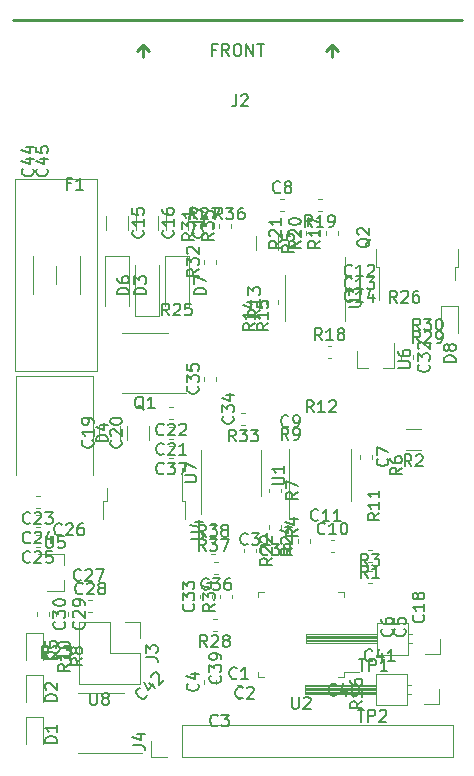
<source format=gbr>
G04 #@! TF.GenerationSoftware,KiCad,Pcbnew,(5.1.6)-1*
G04 #@! TF.CreationDate,2021-01-27T01:30:11-05:00*
G04 #@! TF.ProjectId,wideband_controller,77696465-6261-46e6-945f-636f6e74726f,rev?*
G04 #@! TF.SameCoordinates,Original*
G04 #@! TF.FileFunction,Legend,Top*
G04 #@! TF.FilePolarity,Positive*
%FSLAX46Y46*%
G04 Gerber Fmt 4.6, Leading zero omitted, Abs format (unit mm)*
G04 Created by KiCad (PCBNEW (5.1.6)-1) date 2021-01-27 01:30:11*
%MOMM*%
%LPD*%
G01*
G04 APERTURE LIST*
%ADD10C,0.120000*%
%ADD11C,0.254000*%
%ADD12C,0.150000*%
G04 APERTURE END LIST*
D10*
X141409600Y-108416400D02*
X141409600Y-105756400D01*
X141409600Y-105756400D02*
X138749600Y-105756400D01*
X138749600Y-105756400D02*
X138749600Y-108416400D01*
X138749600Y-108416400D02*
X141409600Y-108416400D01*
X138749600Y-107466400D02*
X132749600Y-107466400D01*
X132749600Y-107466400D02*
X132749600Y-106706400D01*
X132749600Y-106706400D02*
X138749600Y-106706400D01*
X138749600Y-107406400D02*
X132749600Y-107406400D01*
X138749600Y-107286400D02*
X132749600Y-107286400D01*
X138749600Y-107166400D02*
X132749600Y-107166400D01*
X138749600Y-107046400D02*
X132749600Y-107046400D01*
X138749600Y-106926400D02*
X132749600Y-106926400D01*
X138749600Y-106806400D02*
X132749600Y-106806400D01*
X141739600Y-107466400D02*
X141409600Y-107466400D01*
X141739600Y-106706400D02*
X141409600Y-106706400D01*
X144119600Y-107086400D02*
X144119600Y-108356400D01*
X144119600Y-108356400D02*
X142849600Y-108356400D01*
X141498500Y-104136500D02*
X141498500Y-101476500D01*
X141498500Y-101476500D02*
X138838500Y-101476500D01*
X138838500Y-101476500D02*
X138838500Y-104136500D01*
X138838500Y-104136500D02*
X141498500Y-104136500D01*
X138838500Y-103186500D02*
X132838500Y-103186500D01*
X132838500Y-103186500D02*
X132838500Y-102426500D01*
X132838500Y-102426500D02*
X138838500Y-102426500D01*
X138838500Y-103126500D02*
X132838500Y-103126500D01*
X138838500Y-103006500D02*
X132838500Y-103006500D01*
X138838500Y-102886500D02*
X132838500Y-102886500D01*
X138838500Y-102766500D02*
X132838500Y-102766500D01*
X138838500Y-102646500D02*
X132838500Y-102646500D01*
X138838500Y-102526500D02*
X132838500Y-102526500D01*
X141828500Y-103186500D02*
X141498500Y-103186500D01*
X141828500Y-102426500D02*
X141498500Y-102426500D01*
X144208500Y-102806500D02*
X144208500Y-104076500D01*
X144208500Y-104076500D02*
X142938500Y-104076500D01*
X145246400Y-112785200D02*
X145246400Y-110125200D01*
X122326400Y-112785200D02*
X145246400Y-112785200D01*
X122326400Y-110125200D02*
X145246400Y-110125200D01*
X122326400Y-112785200D02*
X122326400Y-110125200D01*
X121056400Y-112785200D02*
X119726400Y-112785200D01*
X119726400Y-112785200D02*
X119726400Y-111455200D01*
X115468400Y-112491200D02*
X118918400Y-112491200D01*
X115468400Y-112491200D02*
X113518400Y-112491200D01*
X115468400Y-107371200D02*
X117418400Y-107371200D01*
X115468400Y-107371200D02*
X113518400Y-107371200D01*
X142524564Y-86825500D02*
X141320436Y-86825500D01*
X142524564Y-85005500D02*
X141320436Y-85005500D01*
X129052000Y-88773000D02*
X129052000Y-86823000D01*
X129052000Y-88773000D02*
X129052000Y-90723000D01*
X123932000Y-88773000D02*
X123932000Y-86823000D01*
X123932000Y-88773000D02*
X123932000Y-92223000D01*
X129237500Y-98815500D02*
X128787500Y-98815500D01*
X128787500Y-98815500D02*
X128787500Y-99265500D01*
X135557500Y-98815500D02*
X136007500Y-98815500D01*
X136007500Y-98815500D02*
X136007500Y-99265500D01*
X129237500Y-106035500D02*
X128787500Y-106035500D01*
X128787500Y-106035500D02*
X128787500Y-105585500D01*
X135557500Y-106035500D02*
X136007500Y-106035500D01*
X136007500Y-106035500D02*
X136007500Y-105585500D01*
X136007500Y-105585500D02*
X137297500Y-105585500D01*
X110590000Y-104559000D02*
X110590000Y-102274000D01*
X110590000Y-102274000D02*
X109120000Y-102274000D01*
X109120000Y-102274000D02*
X109120000Y-104559000D01*
X138432000Y-87213221D02*
X138432000Y-87538779D01*
X137412000Y-87213221D02*
X137412000Y-87538779D01*
X130450000Y-68679436D02*
X130450000Y-69883564D01*
X128630000Y-68679436D02*
X128630000Y-69883564D01*
X127670779Y-84711000D02*
X127345221Y-84711000D01*
X127670779Y-83691000D02*
X127345221Y-83691000D01*
X124204000Y-80934779D02*
X124204000Y-80609221D01*
X125224000Y-80934779D02*
X125224000Y-80609221D01*
X131189000Y-68615779D02*
X131189000Y-68290221D01*
X132209000Y-68615779D02*
X132209000Y-68290221D01*
X131044000Y-73914000D02*
X131044000Y-75864000D01*
X131044000Y-73914000D02*
X131044000Y-71964000D01*
X136164000Y-73914000D02*
X136164000Y-75864000D01*
X136164000Y-73914000D02*
X136164000Y-70464000D01*
X132840000Y-68615779D02*
X132840000Y-68290221D01*
X133860000Y-68615779D02*
X133860000Y-68290221D01*
X136595000Y-88963500D02*
X136595000Y-86763500D01*
X136595000Y-88963500D02*
X136595000Y-91163500D01*
X131375000Y-88963500D02*
X131375000Y-86763500D01*
X131375000Y-88963500D02*
X131375000Y-92563500D01*
X130748500Y-90070721D02*
X130748500Y-90396279D01*
X129728500Y-90070721D02*
X129728500Y-90396279D01*
X113605000Y-101413000D02*
X113605000Y-106613000D01*
X116205000Y-101413000D02*
X113605000Y-101413000D01*
X118805000Y-106613000D02*
X113605000Y-106613000D01*
X116205000Y-101413000D02*
X116205000Y-104013000D01*
X116205000Y-104013000D02*
X118805000Y-104013000D01*
X118805000Y-104013000D02*
X118805000Y-106613000D01*
X117475000Y-101413000D02*
X118805000Y-101413000D01*
X118805000Y-101413000D02*
X118805000Y-102743000D01*
X121574779Y-86485000D02*
X121249221Y-86485000D01*
X121574779Y-87505000D02*
X121249221Y-87505000D01*
X108256000Y-80544000D02*
X114756000Y-80544000D01*
X108256000Y-80544000D02*
X108256000Y-88944000D01*
X114756000Y-80544000D02*
X114756000Y-88944000D01*
X115295000Y-85946064D02*
X115295000Y-84741936D01*
X117115000Y-85946064D02*
X117115000Y-84741936D01*
X137104000Y-79881000D02*
X138034000Y-79881000D01*
X140264000Y-79881000D02*
X139334000Y-79881000D01*
X140264000Y-79881000D02*
X140264000Y-77721000D01*
X137104000Y-79881000D02*
X137104000Y-78421000D01*
X112329500Y-98735000D02*
X112329500Y-97805000D01*
X112329500Y-95575000D02*
X112329500Y-96505000D01*
X112329500Y-95575000D02*
X110169500Y-95575000D01*
X112329500Y-98735000D02*
X110869500Y-98735000D01*
X122576000Y-92629000D02*
X122576000Y-91129000D01*
X122576000Y-91129000D02*
X122306000Y-91129000D01*
X122306000Y-91129000D02*
X122306000Y-88299000D01*
X115676000Y-92629000D02*
X115676000Y-91129000D01*
X115676000Y-91129000D02*
X115946000Y-91129000D01*
X115946000Y-91129000D02*
X115946000Y-90029000D01*
X124805221Y-94613000D02*
X125130779Y-94613000D01*
X124805221Y-95633000D02*
X125130779Y-95633000D01*
X125130779Y-93982000D02*
X124805221Y-93982000D01*
X125130779Y-92962000D02*
X124805221Y-92962000D01*
X126494000Y-67980779D02*
X126494000Y-67655221D01*
X125474000Y-67980779D02*
X125474000Y-67655221D01*
X125575600Y-99375179D02*
X125575600Y-99049621D01*
X126595600Y-99375179D02*
X126595600Y-99049621D01*
X124204000Y-71028779D02*
X124204000Y-70703221D01*
X125224000Y-71028779D02*
X125224000Y-70703221D01*
X123823000Y-67980779D02*
X123823000Y-67655221D01*
X124843000Y-67980779D02*
X124843000Y-67655221D01*
X125257779Y-102110000D02*
X124932221Y-102110000D01*
X125257779Y-101090000D02*
X124932221Y-101090000D01*
X132141500Y-94650779D02*
X132141500Y-94325221D01*
X133161500Y-94650779D02*
X133161500Y-94325221D01*
X128589500Y-95150721D02*
X128589500Y-95476279D01*
X127569500Y-95150721D02*
X127569500Y-95476279D01*
X134147779Y-66550000D02*
X133822221Y-66550000D01*
X134147779Y-65530000D02*
X133822221Y-65530000D01*
X134647721Y-77976000D02*
X134973279Y-77976000D01*
X134647721Y-78996000D02*
X134973279Y-78996000D01*
X134491000Y-68615779D02*
X134491000Y-68290221D01*
X135511000Y-68615779D02*
X135511000Y-68290221D01*
X129411000Y-74457779D02*
X129411000Y-74132221D01*
X130431000Y-74457779D02*
X130431000Y-74132221D01*
X130748500Y-93182221D02*
X130748500Y-93507779D01*
X129728500Y-93182221D02*
X129728500Y-93507779D01*
X138076721Y-97089500D02*
X138402279Y-97089500D01*
X138076721Y-98109500D02*
X138402279Y-98109500D01*
X138402279Y-96268000D02*
X138076721Y-96268000D01*
X138402279Y-95248000D02*
X138076721Y-95248000D01*
X138776000Y-69784000D02*
X138776000Y-71284000D01*
X138776000Y-71284000D02*
X139046000Y-71284000D01*
X139046000Y-71284000D02*
X139046000Y-74114000D01*
X145676000Y-69784000D02*
X145676000Y-71284000D01*
X145676000Y-71284000D02*
X145406000Y-71284000D01*
X145406000Y-71284000D02*
X145406000Y-72384000D01*
X119189500Y-76878500D02*
X117239500Y-76878500D01*
X119189500Y-76878500D02*
X121139500Y-76878500D01*
X119189500Y-81998500D02*
X117239500Y-81998500D01*
X119189500Y-81998500D02*
X122639500Y-81998500D01*
D11*
X119000000Y-52500000D02*
X118500000Y-53000000D01*
X119000000Y-53500000D02*
X119000000Y-52500000D01*
X119000000Y-52500000D02*
X119500000Y-53000000D01*
X135000000Y-52500000D02*
X135500000Y-53000000D01*
X135000000Y-52500000D02*
X134500000Y-53000000D01*
X135000000Y-53500000D02*
X135000000Y-52500000D01*
X108000000Y-50370000D02*
X146000000Y-50370000D01*
D10*
X108212000Y-80102000D02*
X115152000Y-80102000D01*
X115152000Y-80102000D02*
X115152000Y-63902000D01*
X115152000Y-63902000D02*
X108212000Y-63902000D01*
X108212000Y-63902000D02*
X108212000Y-80102000D01*
X111682000Y-72752000D02*
X111682000Y-71252000D01*
X113682000Y-70402000D02*
X113682000Y-73602000D01*
X109682000Y-73602000D02*
X109682000Y-70402000D01*
X145705500Y-76873000D02*
X145705500Y-74588000D01*
X145705500Y-74588000D02*
X144235500Y-74588000D01*
X144235500Y-74588000D02*
X144235500Y-76873000D01*
X122920000Y-74648000D02*
X122920000Y-70348000D01*
X122920000Y-70348000D02*
X120920000Y-70348000D01*
X120920000Y-70348000D02*
X120920000Y-74648000D01*
X118380000Y-71148000D02*
X118380000Y-75448000D01*
X118380000Y-75448000D02*
X120380000Y-75448000D01*
X120380000Y-75448000D02*
X120380000Y-71148000D01*
X117840000Y-74648000D02*
X117840000Y-70348000D01*
X117840000Y-70348000D02*
X115840000Y-70348000D01*
X115840000Y-70348000D02*
X115840000Y-74648000D01*
X110590000Y-108115000D02*
X110590000Y-105830000D01*
X110590000Y-105830000D02*
X109120000Y-105830000D01*
X109120000Y-105830000D02*
X109120000Y-108115000D01*
X110590000Y-111671000D02*
X110590000Y-109386000D01*
X110590000Y-109386000D02*
X109120000Y-109386000D01*
X109120000Y-109386000D02*
X109120000Y-111671000D01*
X125384779Y-97284000D02*
X125059221Y-97284000D01*
X125384779Y-96264000D02*
X125059221Y-96264000D01*
X123848400Y-99375179D02*
X123848400Y-99049621D01*
X124868400Y-99375179D02*
X124868400Y-99049621D01*
X141924500Y-78767721D02*
X141924500Y-79093279D01*
X140904500Y-78767721D02*
X140904500Y-79093279D01*
X111063500Y-100548221D02*
X111063500Y-100873779D01*
X110043500Y-100548221D02*
X110043500Y-100873779D01*
X112714500Y-100548221D02*
X112714500Y-100873779D01*
X111694500Y-100548221D02*
X111694500Y-100873779D01*
X114391221Y-99502500D02*
X114716779Y-99502500D01*
X114391221Y-100522500D02*
X114716779Y-100522500D01*
X110271779Y-94998000D02*
X109946221Y-94998000D01*
X110271779Y-93978000D02*
X109946221Y-93978000D01*
X110271779Y-93347000D02*
X109946221Y-93347000D01*
X110271779Y-92327000D02*
X109946221Y-92327000D01*
X110271779Y-91696000D02*
X109946221Y-91696000D01*
X110271779Y-90676000D02*
X109946221Y-90676000D01*
X121574779Y-84203000D02*
X121249221Y-84203000D01*
X121574779Y-83183000D02*
X121249221Y-83183000D01*
X121574779Y-85854000D02*
X121249221Y-85854000D01*
X121574779Y-84834000D02*
X121249221Y-84834000D01*
X117708000Y-85946064D02*
X117708000Y-84741936D01*
X119528000Y-85946064D02*
X119528000Y-84741936D01*
X122830000Y-66961936D02*
X122830000Y-68166064D01*
X121010000Y-66961936D02*
X121010000Y-68166064D01*
X120290000Y-66961936D02*
X120290000Y-68166064D01*
X118470000Y-66961936D02*
X118470000Y-68166064D01*
X117750000Y-66961936D02*
X117750000Y-68166064D01*
X115930000Y-66961936D02*
X115930000Y-68166064D01*
X134901721Y-94422500D02*
X135227279Y-94422500D01*
X134901721Y-95442500D02*
X135227279Y-95442500D01*
X130647221Y-65530000D02*
X130972779Y-65530000D01*
X130647221Y-66550000D02*
X130972779Y-66550000D01*
X124204000Y-106588779D02*
X124204000Y-106263221D01*
X125224000Y-106588779D02*
X125224000Y-106263221D01*
X126964221Y-106678000D02*
X127289779Y-106678000D01*
X126964221Y-107698000D02*
X127289779Y-107698000D01*
D12*
X137202695Y-108808780D02*
X137774123Y-108808780D01*
X137488409Y-109808780D02*
X137488409Y-108808780D01*
X138107457Y-109808780D02*
X138107457Y-108808780D01*
X138488409Y-108808780D01*
X138583647Y-108856400D01*
X138631266Y-108904019D01*
X138678885Y-108999257D01*
X138678885Y-109142114D01*
X138631266Y-109237352D01*
X138583647Y-109284971D01*
X138488409Y-109332590D01*
X138107457Y-109332590D01*
X139059838Y-108904019D02*
X139107457Y-108856400D01*
X139202695Y-108808780D01*
X139440790Y-108808780D01*
X139536028Y-108856400D01*
X139583647Y-108904019D01*
X139631266Y-108999257D01*
X139631266Y-109094495D01*
X139583647Y-109237352D01*
X139012219Y-109808780D01*
X139631266Y-109808780D01*
X137291595Y-104528880D02*
X137863023Y-104528880D01*
X137577309Y-105528880D02*
X137577309Y-104528880D01*
X138196357Y-105528880D02*
X138196357Y-104528880D01*
X138577309Y-104528880D01*
X138672547Y-104576500D01*
X138720166Y-104624119D01*
X138767785Y-104719357D01*
X138767785Y-104862214D01*
X138720166Y-104957452D01*
X138672547Y-105005071D01*
X138577309Y-105052690D01*
X138196357Y-105052690D01*
X139720166Y-105528880D02*
X139148738Y-105528880D01*
X139434452Y-105528880D02*
X139434452Y-104528880D01*
X139339214Y-104671738D01*
X139243976Y-104766976D01*
X139148738Y-104814595D01*
X118178780Y-111788533D02*
X118893066Y-111788533D01*
X119035923Y-111836152D01*
X119131161Y-111931390D01*
X119178780Y-112074247D01*
X119178780Y-112169485D01*
X118512114Y-110883771D02*
X119178780Y-110883771D01*
X118131161Y-111121866D02*
X118845447Y-111359961D01*
X118845447Y-110740914D01*
X114554095Y-107402380D02*
X114554095Y-108211904D01*
X114601714Y-108307142D01*
X114649333Y-108354761D01*
X114744571Y-108402380D01*
X114935047Y-108402380D01*
X115030285Y-108354761D01*
X115077904Y-108307142D01*
X115125523Y-108211904D01*
X115125523Y-107402380D01*
X115744571Y-107830952D02*
X115649333Y-107783333D01*
X115601714Y-107735714D01*
X115554095Y-107640476D01*
X115554095Y-107592857D01*
X115601714Y-107497619D01*
X115649333Y-107450000D01*
X115744571Y-107402380D01*
X115935047Y-107402380D01*
X116030285Y-107450000D01*
X116077904Y-107497619D01*
X116125523Y-107592857D01*
X116125523Y-107640476D01*
X116077904Y-107735714D01*
X116030285Y-107783333D01*
X115935047Y-107830952D01*
X115744571Y-107830952D01*
X115649333Y-107878571D01*
X115601714Y-107926190D01*
X115554095Y-108021428D01*
X115554095Y-108211904D01*
X115601714Y-108307142D01*
X115649333Y-108354761D01*
X115744571Y-108402380D01*
X115935047Y-108402380D01*
X116030285Y-108354761D01*
X116077904Y-108307142D01*
X116125523Y-108211904D01*
X116125523Y-108021428D01*
X116077904Y-107926190D01*
X116030285Y-107878571D01*
X115935047Y-107830952D01*
X110874142Y-62999857D02*
X110921761Y-63047476D01*
X110969380Y-63190333D01*
X110969380Y-63285571D01*
X110921761Y-63428428D01*
X110826523Y-63523666D01*
X110731285Y-63571285D01*
X110540809Y-63618904D01*
X110397952Y-63618904D01*
X110207476Y-63571285D01*
X110112238Y-63523666D01*
X110017000Y-63428428D01*
X109969380Y-63285571D01*
X109969380Y-63190333D01*
X110017000Y-63047476D01*
X110064619Y-62999857D01*
X110302714Y-62142714D02*
X110969380Y-62142714D01*
X109921761Y-62380809D02*
X110636047Y-62618904D01*
X110636047Y-61999857D01*
X109969380Y-61142714D02*
X109969380Y-61618904D01*
X110445571Y-61666523D01*
X110397952Y-61618904D01*
X110350333Y-61523666D01*
X110350333Y-61285571D01*
X110397952Y-61190333D01*
X110445571Y-61142714D01*
X110540809Y-61095095D01*
X110778904Y-61095095D01*
X110874142Y-61142714D01*
X110921761Y-61190333D01*
X110969380Y-61285571D01*
X110969380Y-61523666D01*
X110921761Y-61618904D01*
X110874142Y-61666523D01*
X109677142Y-62999857D02*
X109724761Y-63047476D01*
X109772380Y-63190333D01*
X109772380Y-63285571D01*
X109724761Y-63428428D01*
X109629523Y-63523666D01*
X109534285Y-63571285D01*
X109343809Y-63618904D01*
X109200952Y-63618904D01*
X109010476Y-63571285D01*
X108915238Y-63523666D01*
X108820000Y-63428428D01*
X108772380Y-63285571D01*
X108772380Y-63190333D01*
X108820000Y-63047476D01*
X108867619Y-62999857D01*
X109105714Y-62142714D02*
X109772380Y-62142714D01*
X108724761Y-62380809D02*
X109439047Y-62618904D01*
X109439047Y-61999857D01*
X109105714Y-61190333D02*
X109772380Y-61190333D01*
X108724761Y-61428428D02*
X109439047Y-61666523D01*
X109439047Y-61047476D01*
X119366654Y-107524991D02*
X119366654Y-107592335D01*
X119299310Y-107727022D01*
X119231967Y-107794365D01*
X119097280Y-107861709D01*
X118962593Y-107861709D01*
X118861578Y-107828037D01*
X118693219Y-107727022D01*
X118592204Y-107626007D01*
X118491188Y-107457648D01*
X118457517Y-107356633D01*
X118457517Y-107221946D01*
X118524860Y-107087259D01*
X118592204Y-107019915D01*
X118726891Y-106952572D01*
X118794234Y-106952572D01*
X119568685Y-106514839D02*
X120040089Y-106986243D01*
X119130952Y-106413823D02*
X119467669Y-107087259D01*
X119905402Y-106649526D01*
X119737043Y-106009762D02*
X119737043Y-105942419D01*
X119770715Y-105841404D01*
X119939074Y-105673045D01*
X120040089Y-105639373D01*
X120107433Y-105639373D01*
X120208448Y-105673045D01*
X120275791Y-105740388D01*
X120343135Y-105875075D01*
X120343135Y-106683197D01*
X120780868Y-106245465D01*
X127468333Y-107772142D02*
X127420714Y-107819761D01*
X127277857Y-107867380D01*
X127182619Y-107867380D01*
X127039761Y-107819761D01*
X126944523Y-107724523D01*
X126896904Y-107629285D01*
X126849285Y-107438809D01*
X126849285Y-107295952D01*
X126896904Y-107105476D01*
X126944523Y-107010238D01*
X127039761Y-106915000D01*
X127182619Y-106867380D01*
X127277857Y-106867380D01*
X127420714Y-106915000D01*
X127468333Y-106962619D01*
X127849285Y-106962619D02*
X127896904Y-106915000D01*
X127992142Y-106867380D01*
X128230238Y-106867380D01*
X128325476Y-106915000D01*
X128373095Y-106962619D01*
X128420714Y-107057857D01*
X128420714Y-107153095D01*
X128373095Y-107295952D01*
X127801666Y-107867380D01*
X128420714Y-107867380D01*
X141755833Y-88187880D02*
X141422500Y-87711690D01*
X141184404Y-88187880D02*
X141184404Y-87187880D01*
X141565357Y-87187880D01*
X141660595Y-87235500D01*
X141708214Y-87283119D01*
X141755833Y-87378357D01*
X141755833Y-87521214D01*
X141708214Y-87616452D01*
X141660595Y-87664071D01*
X141565357Y-87711690D01*
X141184404Y-87711690D01*
X142136785Y-87283119D02*
X142184404Y-87235500D01*
X142279642Y-87187880D01*
X142517738Y-87187880D01*
X142612976Y-87235500D01*
X142660595Y-87283119D01*
X142708214Y-87378357D01*
X142708214Y-87473595D01*
X142660595Y-87616452D01*
X142089166Y-88187880D01*
X142708214Y-88187880D01*
X129638380Y-76080857D02*
X129162190Y-76414190D01*
X129638380Y-76652285D02*
X128638380Y-76652285D01*
X128638380Y-76271333D01*
X128686000Y-76176095D01*
X128733619Y-76128476D01*
X128828857Y-76080857D01*
X128971714Y-76080857D01*
X129066952Y-76128476D01*
X129114571Y-76176095D01*
X129162190Y-76271333D01*
X129162190Y-76652285D01*
X129638380Y-75128476D02*
X129638380Y-75699904D01*
X129638380Y-75414190D02*
X128638380Y-75414190D01*
X128781238Y-75509428D01*
X128876476Y-75604666D01*
X128924095Y-75699904D01*
X128638380Y-74223714D02*
X128638380Y-74699904D01*
X129114571Y-74747523D01*
X129066952Y-74699904D01*
X129019333Y-74604666D01*
X129019333Y-74366571D01*
X129066952Y-74271333D01*
X129114571Y-74223714D01*
X129209809Y-74176095D01*
X129447904Y-74176095D01*
X129543142Y-74223714D01*
X129590761Y-74271333D01*
X129638380Y-74366571D01*
X129638380Y-74604666D01*
X129590761Y-74699904D01*
X129543142Y-74747523D01*
X122544380Y-89534904D02*
X123353904Y-89534904D01*
X123449142Y-89487285D01*
X123496761Y-89439666D01*
X123544380Y-89344428D01*
X123544380Y-89153952D01*
X123496761Y-89058714D01*
X123449142Y-89011095D01*
X123353904Y-88963476D01*
X122544380Y-88963476D01*
X122544380Y-88582523D02*
X122544380Y-87915857D01*
X123544380Y-88344428D01*
X138422142Y-104597142D02*
X138374523Y-104644761D01*
X138231666Y-104692380D01*
X138136428Y-104692380D01*
X137993571Y-104644761D01*
X137898333Y-104549523D01*
X137850714Y-104454285D01*
X137803095Y-104263809D01*
X137803095Y-104120952D01*
X137850714Y-103930476D01*
X137898333Y-103835238D01*
X137993571Y-103740000D01*
X138136428Y-103692380D01*
X138231666Y-103692380D01*
X138374523Y-103740000D01*
X138422142Y-103787619D01*
X139279285Y-104025714D02*
X139279285Y-104692380D01*
X139041190Y-103644761D02*
X138803095Y-104359047D01*
X139422142Y-104359047D01*
X140326904Y-104692380D02*
X139755476Y-104692380D01*
X140041190Y-104692380D02*
X140041190Y-103692380D01*
X139945952Y-103835238D01*
X139850714Y-103930476D01*
X139755476Y-103978095D01*
X135374142Y-107518142D02*
X135326523Y-107565761D01*
X135183666Y-107613380D01*
X135088428Y-107613380D01*
X134945571Y-107565761D01*
X134850333Y-107470523D01*
X134802714Y-107375285D01*
X134755095Y-107184809D01*
X134755095Y-107041952D01*
X134802714Y-106851476D01*
X134850333Y-106756238D01*
X134945571Y-106661000D01*
X135088428Y-106613380D01*
X135183666Y-106613380D01*
X135326523Y-106661000D01*
X135374142Y-106708619D01*
X136231285Y-106946714D02*
X136231285Y-107613380D01*
X135993190Y-106565761D02*
X135755095Y-107280047D01*
X136374142Y-107280047D01*
X136945571Y-106613380D02*
X137040809Y-106613380D01*
X137136047Y-106661000D01*
X137183666Y-106708619D01*
X137231285Y-106803857D01*
X137278904Y-106994333D01*
X137278904Y-107232428D01*
X137231285Y-107422904D01*
X137183666Y-107518142D01*
X137136047Y-107565761D01*
X137040809Y-107613380D01*
X136945571Y-107613380D01*
X136850333Y-107565761D01*
X136802714Y-107518142D01*
X136755095Y-107422904D01*
X136707476Y-107232428D01*
X136707476Y-106994333D01*
X136755095Y-106803857D01*
X136802714Y-106708619D01*
X136850333Y-106661000D01*
X136945571Y-106613380D01*
X125552142Y-105925857D02*
X125599761Y-105973476D01*
X125647380Y-106116333D01*
X125647380Y-106211571D01*
X125599761Y-106354428D01*
X125504523Y-106449666D01*
X125409285Y-106497285D01*
X125218809Y-106544904D01*
X125075952Y-106544904D01*
X124885476Y-106497285D01*
X124790238Y-106449666D01*
X124695000Y-106354428D01*
X124647380Y-106211571D01*
X124647380Y-106116333D01*
X124695000Y-105973476D01*
X124742619Y-105925857D01*
X124647380Y-105592523D02*
X124647380Y-104973476D01*
X125028333Y-105306809D01*
X125028333Y-105163952D01*
X125075952Y-105068714D01*
X125123571Y-105021095D01*
X125218809Y-104973476D01*
X125456904Y-104973476D01*
X125552142Y-105021095D01*
X125599761Y-105068714D01*
X125647380Y-105163952D01*
X125647380Y-105449666D01*
X125599761Y-105544904D01*
X125552142Y-105592523D01*
X125647380Y-104497285D02*
X125647380Y-104306809D01*
X125599761Y-104211571D01*
X125552142Y-104163952D01*
X125409285Y-104068714D01*
X125218809Y-104021095D01*
X124837857Y-104021095D01*
X124742619Y-104068714D01*
X124695000Y-104116333D01*
X124647380Y-104211571D01*
X124647380Y-104402047D01*
X124695000Y-104497285D01*
X124742619Y-104544904D01*
X124837857Y-104592523D01*
X125075952Y-104592523D01*
X125171190Y-104544904D01*
X125218809Y-104497285D01*
X125266428Y-104402047D01*
X125266428Y-104211571D01*
X125218809Y-104116333D01*
X125171190Y-104068714D01*
X125075952Y-104021095D01*
X129595642Y-95643642D02*
X129548023Y-95691261D01*
X129405166Y-95738880D01*
X129309928Y-95738880D01*
X129167071Y-95691261D01*
X129071833Y-95596023D01*
X129024214Y-95500785D01*
X128976595Y-95310309D01*
X128976595Y-95167452D01*
X129024214Y-94976976D01*
X129071833Y-94881738D01*
X129167071Y-94786500D01*
X129309928Y-94738880D01*
X129405166Y-94738880D01*
X129548023Y-94786500D01*
X129595642Y-94834119D01*
X129928976Y-94738880D02*
X130548023Y-94738880D01*
X130214690Y-95119833D01*
X130357547Y-95119833D01*
X130452785Y-95167452D01*
X130500404Y-95215071D01*
X130548023Y-95310309D01*
X130548023Y-95548404D01*
X130500404Y-95643642D01*
X130452785Y-95691261D01*
X130357547Y-95738880D01*
X130071833Y-95738880D01*
X129976595Y-95691261D01*
X129928976Y-95643642D01*
X131119452Y-95167452D02*
X131024214Y-95119833D01*
X130976595Y-95072214D01*
X130928976Y-94976976D01*
X130928976Y-94929357D01*
X130976595Y-94834119D01*
X131024214Y-94786500D01*
X131119452Y-94738880D01*
X131309928Y-94738880D01*
X131405166Y-94786500D01*
X131452785Y-94834119D01*
X131500404Y-94929357D01*
X131500404Y-94976976D01*
X131452785Y-95072214D01*
X131405166Y-95119833D01*
X131309928Y-95167452D01*
X131119452Y-95167452D01*
X131024214Y-95215071D01*
X130976595Y-95262690D01*
X130928976Y-95357928D01*
X130928976Y-95548404D01*
X130976595Y-95643642D01*
X131024214Y-95691261D01*
X131119452Y-95738880D01*
X131309928Y-95738880D01*
X131405166Y-95691261D01*
X131452785Y-95643642D01*
X131500404Y-95548404D01*
X131500404Y-95357928D01*
X131452785Y-95262690D01*
X131405166Y-95215071D01*
X131309928Y-95167452D01*
X131635595Y-107727880D02*
X131635595Y-108537404D01*
X131683214Y-108632642D01*
X131730833Y-108680261D01*
X131826071Y-108727880D01*
X132016547Y-108727880D01*
X132111785Y-108680261D01*
X132159404Y-108632642D01*
X132207023Y-108537404D01*
X132207023Y-107727880D01*
X132635595Y-107823119D02*
X132683214Y-107775500D01*
X132778452Y-107727880D01*
X133016547Y-107727880D01*
X133111785Y-107775500D01*
X133159404Y-107823119D01*
X133207023Y-107918357D01*
X133207023Y-108013595D01*
X133159404Y-108156452D01*
X132587976Y-108727880D01*
X133207023Y-108727880D01*
X111737380Y-104497095D02*
X110737380Y-104497095D01*
X110737380Y-104259000D01*
X110785000Y-104116142D01*
X110880238Y-104020904D01*
X110975476Y-103973285D01*
X111165952Y-103925666D01*
X111308809Y-103925666D01*
X111499285Y-103973285D01*
X111594523Y-104020904D01*
X111689761Y-104116142D01*
X111737380Y-104259000D01*
X111737380Y-104497095D01*
X110737380Y-103020904D02*
X110737380Y-103497095D01*
X111213571Y-103544714D01*
X111165952Y-103497095D01*
X111118333Y-103401857D01*
X111118333Y-103163761D01*
X111165952Y-103068523D01*
X111213571Y-103020904D01*
X111308809Y-102973285D01*
X111546904Y-102973285D01*
X111642142Y-103020904D01*
X111689761Y-103068523D01*
X111737380Y-103163761D01*
X111737380Y-103401857D01*
X111689761Y-103497095D01*
X111642142Y-103544714D01*
X140941380Y-88304666D02*
X140465190Y-88638000D01*
X140941380Y-88876095D02*
X139941380Y-88876095D01*
X139941380Y-88495142D01*
X139989000Y-88399904D01*
X140036619Y-88352285D01*
X140131857Y-88304666D01*
X140274714Y-88304666D01*
X140369952Y-88352285D01*
X140417571Y-88399904D01*
X140465190Y-88495142D01*
X140465190Y-88876095D01*
X139941380Y-87447523D02*
X139941380Y-87638000D01*
X139989000Y-87733238D01*
X140036619Y-87780857D01*
X140179476Y-87876095D01*
X140369952Y-87923714D01*
X140750904Y-87923714D01*
X140846142Y-87876095D01*
X140893761Y-87828476D01*
X140941380Y-87733238D01*
X140941380Y-87542761D01*
X140893761Y-87447523D01*
X140846142Y-87399904D01*
X140750904Y-87352285D01*
X140512809Y-87352285D01*
X140417571Y-87399904D01*
X140369952Y-87447523D01*
X140322333Y-87542761D01*
X140322333Y-87733238D01*
X140369952Y-87828476D01*
X140417571Y-87876095D01*
X140512809Y-87923714D01*
X133850142Y-92722642D02*
X133802523Y-92770261D01*
X133659666Y-92817880D01*
X133564428Y-92817880D01*
X133421571Y-92770261D01*
X133326333Y-92675023D01*
X133278714Y-92579785D01*
X133231095Y-92389309D01*
X133231095Y-92246452D01*
X133278714Y-92055976D01*
X133326333Y-91960738D01*
X133421571Y-91865500D01*
X133564428Y-91817880D01*
X133659666Y-91817880D01*
X133802523Y-91865500D01*
X133850142Y-91913119D01*
X134802523Y-92817880D02*
X134231095Y-92817880D01*
X134516809Y-92817880D02*
X134516809Y-91817880D01*
X134421571Y-91960738D01*
X134326333Y-92055976D01*
X134231095Y-92103595D01*
X135754904Y-92817880D02*
X135183476Y-92817880D01*
X135469190Y-92817880D02*
X135469190Y-91817880D01*
X135373952Y-91960738D01*
X135278714Y-92055976D01*
X135183476Y-92103595D01*
X142751142Y-100782357D02*
X142798761Y-100829976D01*
X142846380Y-100972833D01*
X142846380Y-101068071D01*
X142798761Y-101210928D01*
X142703523Y-101306166D01*
X142608285Y-101353785D01*
X142417809Y-101401404D01*
X142274952Y-101401404D01*
X142084476Y-101353785D01*
X141989238Y-101306166D01*
X141894000Y-101210928D01*
X141846380Y-101068071D01*
X141846380Y-100972833D01*
X141894000Y-100829976D01*
X141941619Y-100782357D01*
X142846380Y-99829976D02*
X142846380Y-100401404D01*
X142846380Y-100115690D02*
X141846380Y-100115690D01*
X141989238Y-100210928D01*
X142084476Y-100306166D01*
X142132095Y-100401404D01*
X142274952Y-99258547D02*
X142227333Y-99353785D01*
X142179714Y-99401404D01*
X142084476Y-99449023D01*
X142036857Y-99449023D01*
X141941619Y-99401404D01*
X141894000Y-99353785D01*
X141846380Y-99258547D01*
X141846380Y-99068071D01*
X141894000Y-98972833D01*
X141941619Y-98925214D01*
X142036857Y-98877595D01*
X142084476Y-98877595D01*
X142179714Y-98925214D01*
X142227333Y-98972833D01*
X142274952Y-99068071D01*
X142274952Y-99258547D01*
X142322571Y-99353785D01*
X142370190Y-99401404D01*
X142465428Y-99449023D01*
X142655904Y-99449023D01*
X142751142Y-99401404D01*
X142798761Y-99353785D01*
X142846380Y-99258547D01*
X142846380Y-99068071D01*
X142798761Y-98972833D01*
X142751142Y-98925214D01*
X142655904Y-98877595D01*
X142465428Y-98877595D01*
X142370190Y-98925214D01*
X142322571Y-98972833D01*
X142274952Y-99068071D01*
X139709142Y-87542666D02*
X139756761Y-87590285D01*
X139804380Y-87733142D01*
X139804380Y-87828380D01*
X139756761Y-87971238D01*
X139661523Y-88066476D01*
X139566285Y-88114095D01*
X139375809Y-88161714D01*
X139232952Y-88161714D01*
X139042476Y-88114095D01*
X138947238Y-88066476D01*
X138852000Y-87971238D01*
X138804380Y-87828380D01*
X138804380Y-87733142D01*
X138852000Y-87590285D01*
X138899619Y-87542666D01*
X138804380Y-87209333D02*
X138804380Y-86542666D01*
X139804380Y-86971238D01*
X131341833Y-85950380D02*
X131008500Y-85474190D01*
X130770404Y-85950380D02*
X130770404Y-84950380D01*
X131151357Y-84950380D01*
X131246595Y-84998000D01*
X131294214Y-85045619D01*
X131341833Y-85140857D01*
X131341833Y-85283714D01*
X131294214Y-85378952D01*
X131246595Y-85426571D01*
X131151357Y-85474190D01*
X130770404Y-85474190D01*
X131818023Y-85950380D02*
X132008500Y-85950380D01*
X132103738Y-85902761D01*
X132151357Y-85855142D01*
X132246595Y-85712285D01*
X132294214Y-85521809D01*
X132294214Y-85140857D01*
X132246595Y-85045619D01*
X132198976Y-84998000D01*
X132103738Y-84950380D01*
X131913261Y-84950380D01*
X131818023Y-84998000D01*
X131770404Y-85045619D01*
X131722785Y-85140857D01*
X131722785Y-85378952D01*
X131770404Y-85474190D01*
X131818023Y-85521809D01*
X131913261Y-85569428D01*
X132103738Y-85569428D01*
X132198976Y-85521809D01*
X132246595Y-85474190D01*
X132294214Y-85378952D01*
X131341833Y-84775642D02*
X131294214Y-84823261D01*
X131151357Y-84870880D01*
X131056119Y-84870880D01*
X130913261Y-84823261D01*
X130818023Y-84728023D01*
X130770404Y-84632785D01*
X130722785Y-84442309D01*
X130722785Y-84299452D01*
X130770404Y-84108976D01*
X130818023Y-84013738D01*
X130913261Y-83918500D01*
X131056119Y-83870880D01*
X131151357Y-83870880D01*
X131294214Y-83918500D01*
X131341833Y-83966119D01*
X131818023Y-84870880D02*
X132008500Y-84870880D01*
X132103738Y-84823261D01*
X132151357Y-84775642D01*
X132246595Y-84632785D01*
X132294214Y-84442309D01*
X132294214Y-84061357D01*
X132246595Y-83966119D01*
X132198976Y-83918500D01*
X132103738Y-83870880D01*
X131913261Y-83870880D01*
X131818023Y-83918500D01*
X131770404Y-83966119D01*
X131722785Y-84061357D01*
X131722785Y-84299452D01*
X131770404Y-84394690D01*
X131818023Y-84442309D01*
X131913261Y-84489928D01*
X132103738Y-84489928D01*
X132198976Y-84442309D01*
X132246595Y-84394690D01*
X132294214Y-84299452D01*
X131812380Y-69448166D02*
X131336190Y-69781500D01*
X131812380Y-70019595D02*
X130812380Y-70019595D01*
X130812380Y-69638642D01*
X130860000Y-69543404D01*
X130907619Y-69495785D01*
X131002857Y-69448166D01*
X131145714Y-69448166D01*
X131240952Y-69495785D01*
X131288571Y-69543404D01*
X131336190Y-69638642D01*
X131336190Y-70019595D01*
X130812380Y-68543404D02*
X130812380Y-69019595D01*
X131288571Y-69067214D01*
X131240952Y-69019595D01*
X131193333Y-68924357D01*
X131193333Y-68686261D01*
X131240952Y-68591023D01*
X131288571Y-68543404D01*
X131383809Y-68495785D01*
X131621904Y-68495785D01*
X131717142Y-68543404D01*
X131764761Y-68591023D01*
X131812380Y-68686261D01*
X131812380Y-68924357D01*
X131764761Y-69019595D01*
X131717142Y-69067214D01*
X126865142Y-86083380D02*
X126531809Y-85607190D01*
X126293714Y-86083380D02*
X126293714Y-85083380D01*
X126674666Y-85083380D01*
X126769904Y-85131000D01*
X126817523Y-85178619D01*
X126865142Y-85273857D01*
X126865142Y-85416714D01*
X126817523Y-85511952D01*
X126769904Y-85559571D01*
X126674666Y-85607190D01*
X126293714Y-85607190D01*
X127198476Y-85083380D02*
X127817523Y-85083380D01*
X127484190Y-85464333D01*
X127627047Y-85464333D01*
X127722285Y-85511952D01*
X127769904Y-85559571D01*
X127817523Y-85654809D01*
X127817523Y-85892904D01*
X127769904Y-85988142D01*
X127722285Y-86035761D01*
X127627047Y-86083380D01*
X127341333Y-86083380D01*
X127246095Y-86035761D01*
X127198476Y-85988142D01*
X128150857Y-85083380D02*
X128769904Y-85083380D01*
X128436571Y-85464333D01*
X128579428Y-85464333D01*
X128674666Y-85511952D01*
X128722285Y-85559571D01*
X128769904Y-85654809D01*
X128769904Y-85892904D01*
X128722285Y-85988142D01*
X128674666Y-86035761D01*
X128579428Y-86083380D01*
X128293714Y-86083380D01*
X128198476Y-86035761D01*
X128150857Y-85988142D01*
X123641142Y-81414857D02*
X123688761Y-81462476D01*
X123736380Y-81605333D01*
X123736380Y-81700571D01*
X123688761Y-81843428D01*
X123593523Y-81938666D01*
X123498285Y-81986285D01*
X123307809Y-82033904D01*
X123164952Y-82033904D01*
X122974476Y-81986285D01*
X122879238Y-81938666D01*
X122784000Y-81843428D01*
X122736380Y-81700571D01*
X122736380Y-81605333D01*
X122784000Y-81462476D01*
X122831619Y-81414857D01*
X122736380Y-81081523D02*
X122736380Y-80462476D01*
X123117333Y-80795809D01*
X123117333Y-80652952D01*
X123164952Y-80557714D01*
X123212571Y-80510095D01*
X123307809Y-80462476D01*
X123545904Y-80462476D01*
X123641142Y-80510095D01*
X123688761Y-80557714D01*
X123736380Y-80652952D01*
X123736380Y-80938666D01*
X123688761Y-81033904D01*
X123641142Y-81081523D01*
X122736380Y-79557714D02*
X122736380Y-80033904D01*
X123212571Y-80081523D01*
X123164952Y-80033904D01*
X123117333Y-79938666D01*
X123117333Y-79700571D01*
X123164952Y-79605333D01*
X123212571Y-79557714D01*
X123307809Y-79510095D01*
X123545904Y-79510095D01*
X123641142Y-79557714D01*
X123688761Y-79605333D01*
X123736380Y-79700571D01*
X123736380Y-79938666D01*
X123688761Y-80033904D01*
X123641142Y-80081523D01*
X130721380Y-69095857D02*
X130245190Y-69429190D01*
X130721380Y-69667285D02*
X129721380Y-69667285D01*
X129721380Y-69286333D01*
X129769000Y-69191095D01*
X129816619Y-69143476D01*
X129911857Y-69095857D01*
X130054714Y-69095857D01*
X130149952Y-69143476D01*
X130197571Y-69191095D01*
X130245190Y-69286333D01*
X130245190Y-69667285D01*
X129816619Y-68714904D02*
X129769000Y-68667285D01*
X129721380Y-68572047D01*
X129721380Y-68333952D01*
X129769000Y-68238714D01*
X129816619Y-68191095D01*
X129911857Y-68143476D01*
X130007095Y-68143476D01*
X130149952Y-68191095D01*
X130721380Y-68762523D01*
X130721380Y-68143476D01*
X130721380Y-67191095D02*
X130721380Y-67762523D01*
X130721380Y-67476809D02*
X129721380Y-67476809D01*
X129864238Y-67572047D01*
X129959476Y-67667285D01*
X130007095Y-67762523D01*
X136456380Y-74675904D02*
X137265904Y-74675904D01*
X137361142Y-74628285D01*
X137408761Y-74580666D01*
X137456380Y-74485428D01*
X137456380Y-74294952D01*
X137408761Y-74199714D01*
X137361142Y-74152095D01*
X137265904Y-74104476D01*
X136456380Y-74104476D01*
X136456380Y-73723523D02*
X136456380Y-73104476D01*
X136837333Y-73437809D01*
X136837333Y-73294952D01*
X136884952Y-73199714D01*
X136932571Y-73152095D01*
X137027809Y-73104476D01*
X137265904Y-73104476D01*
X137361142Y-73152095D01*
X137408761Y-73199714D01*
X137456380Y-73294952D01*
X137456380Y-73580666D01*
X137408761Y-73675904D01*
X137361142Y-73723523D01*
X132372380Y-69095857D02*
X131896190Y-69429190D01*
X132372380Y-69667285D02*
X131372380Y-69667285D01*
X131372380Y-69286333D01*
X131420000Y-69191095D01*
X131467619Y-69143476D01*
X131562857Y-69095857D01*
X131705714Y-69095857D01*
X131800952Y-69143476D01*
X131848571Y-69191095D01*
X131896190Y-69286333D01*
X131896190Y-69667285D01*
X131467619Y-68714904D02*
X131420000Y-68667285D01*
X131372380Y-68572047D01*
X131372380Y-68333952D01*
X131420000Y-68238714D01*
X131467619Y-68191095D01*
X131562857Y-68143476D01*
X131658095Y-68143476D01*
X131800952Y-68191095D01*
X132372380Y-68762523D01*
X132372380Y-68143476D01*
X131372380Y-67524428D02*
X131372380Y-67429190D01*
X131420000Y-67333952D01*
X131467619Y-67286333D01*
X131562857Y-67238714D01*
X131753333Y-67191095D01*
X131991428Y-67191095D01*
X132181904Y-67238714D01*
X132277142Y-67286333D01*
X132324761Y-67333952D01*
X132372380Y-67429190D01*
X132372380Y-67524428D01*
X132324761Y-67619666D01*
X132277142Y-67667285D01*
X132181904Y-67714904D01*
X131991428Y-67762523D01*
X131753333Y-67762523D01*
X131562857Y-67714904D01*
X131467619Y-67667285D01*
X131420000Y-67619666D01*
X131372380Y-67524428D01*
X129987380Y-89725404D02*
X130796904Y-89725404D01*
X130892142Y-89677785D01*
X130939761Y-89630166D01*
X130987380Y-89534928D01*
X130987380Y-89344452D01*
X130939761Y-89249214D01*
X130892142Y-89201595D01*
X130796904Y-89153976D01*
X129987380Y-89153976D01*
X130987380Y-88153976D02*
X130987380Y-88725404D01*
X130987380Y-88439690D02*
X129987380Y-88439690D01*
X130130238Y-88534928D01*
X130225476Y-88630166D01*
X130273095Y-88725404D01*
X132120880Y-90400166D02*
X131644690Y-90733500D01*
X132120880Y-90971595D02*
X131120880Y-90971595D01*
X131120880Y-90590642D01*
X131168500Y-90495404D01*
X131216119Y-90447785D01*
X131311357Y-90400166D01*
X131454214Y-90400166D01*
X131549452Y-90447785D01*
X131597071Y-90495404D01*
X131644690Y-90590642D01*
X131644690Y-90971595D01*
X131120880Y-90066833D02*
X131120880Y-89400166D01*
X132120880Y-89828738D01*
X119257380Y-104346333D02*
X119971666Y-104346333D01*
X120114523Y-104393952D01*
X120209761Y-104489190D01*
X120257380Y-104632047D01*
X120257380Y-104727285D01*
X119257380Y-103965380D02*
X119257380Y-103346333D01*
X119638333Y-103679666D01*
X119638333Y-103536809D01*
X119685952Y-103441571D01*
X119733571Y-103393952D01*
X119828809Y-103346333D01*
X120066904Y-103346333D01*
X120162142Y-103393952D01*
X120209761Y-103441571D01*
X120257380Y-103536809D01*
X120257380Y-103822523D01*
X120209761Y-103917761D01*
X120162142Y-103965380D01*
X120769142Y-88782142D02*
X120721523Y-88829761D01*
X120578666Y-88877380D01*
X120483428Y-88877380D01*
X120340571Y-88829761D01*
X120245333Y-88734523D01*
X120197714Y-88639285D01*
X120150095Y-88448809D01*
X120150095Y-88305952D01*
X120197714Y-88115476D01*
X120245333Y-88020238D01*
X120340571Y-87925000D01*
X120483428Y-87877380D01*
X120578666Y-87877380D01*
X120721523Y-87925000D01*
X120769142Y-87972619D01*
X121102476Y-87877380D02*
X121721523Y-87877380D01*
X121388190Y-88258333D01*
X121531047Y-88258333D01*
X121626285Y-88305952D01*
X121673904Y-88353571D01*
X121721523Y-88448809D01*
X121721523Y-88686904D01*
X121673904Y-88782142D01*
X121626285Y-88829761D01*
X121531047Y-88877380D01*
X121245333Y-88877380D01*
X121150095Y-88829761D01*
X121102476Y-88782142D01*
X122054857Y-87877380D02*
X122721523Y-87877380D01*
X122292952Y-88877380D01*
X116058380Y-86082095D02*
X115058380Y-86082095D01*
X115058380Y-85844000D01*
X115106000Y-85701142D01*
X115201238Y-85605904D01*
X115296476Y-85558285D01*
X115486952Y-85510666D01*
X115629809Y-85510666D01*
X115820285Y-85558285D01*
X115915523Y-85605904D01*
X116010761Y-85701142D01*
X116058380Y-85844000D01*
X116058380Y-86082095D01*
X115391714Y-84653523D02*
X116058380Y-84653523D01*
X115010761Y-84891619D02*
X115725047Y-85129714D01*
X115725047Y-84510666D01*
X114742142Y-85986857D02*
X114789761Y-86034476D01*
X114837380Y-86177333D01*
X114837380Y-86272571D01*
X114789761Y-86415428D01*
X114694523Y-86510666D01*
X114599285Y-86558285D01*
X114408809Y-86605904D01*
X114265952Y-86605904D01*
X114075476Y-86558285D01*
X113980238Y-86510666D01*
X113885000Y-86415428D01*
X113837380Y-86272571D01*
X113837380Y-86177333D01*
X113885000Y-86034476D01*
X113932619Y-85986857D01*
X114837380Y-85034476D02*
X114837380Y-85605904D01*
X114837380Y-85320190D02*
X113837380Y-85320190D01*
X113980238Y-85415428D01*
X114075476Y-85510666D01*
X114123095Y-85605904D01*
X114837380Y-84558285D02*
X114837380Y-84367809D01*
X114789761Y-84272571D01*
X114742142Y-84224952D01*
X114599285Y-84129714D01*
X114408809Y-84082095D01*
X114027857Y-84082095D01*
X113932619Y-84129714D01*
X113885000Y-84177333D01*
X113837380Y-84272571D01*
X113837380Y-84463047D01*
X113885000Y-84558285D01*
X113932619Y-84605904D01*
X114027857Y-84653523D01*
X114265952Y-84653523D01*
X114361190Y-84605904D01*
X114408809Y-84558285D01*
X114456428Y-84463047D01*
X114456428Y-84272571D01*
X114408809Y-84177333D01*
X114361190Y-84129714D01*
X114265952Y-84082095D01*
X140636380Y-79882904D02*
X141445904Y-79882904D01*
X141541142Y-79835285D01*
X141588761Y-79787666D01*
X141636380Y-79692428D01*
X141636380Y-79501952D01*
X141588761Y-79406714D01*
X141541142Y-79359095D01*
X141445904Y-79311476D01*
X140636380Y-79311476D01*
X140636380Y-78406714D02*
X140636380Y-78597190D01*
X140684000Y-78692428D01*
X140731619Y-78740047D01*
X140874476Y-78835285D01*
X141064952Y-78882904D01*
X141445904Y-78882904D01*
X141541142Y-78835285D01*
X141588761Y-78787666D01*
X141636380Y-78692428D01*
X141636380Y-78501952D01*
X141588761Y-78406714D01*
X141541142Y-78359095D01*
X141445904Y-78311476D01*
X141207809Y-78311476D01*
X141112571Y-78359095D01*
X141064952Y-78406714D01*
X141017333Y-78501952D01*
X141017333Y-78692428D01*
X141064952Y-78787666D01*
X141112571Y-78835285D01*
X141207809Y-78882904D01*
X110807595Y-94107380D02*
X110807595Y-94916904D01*
X110855214Y-95012142D01*
X110902833Y-95059761D01*
X110998071Y-95107380D01*
X111188547Y-95107380D01*
X111283785Y-95059761D01*
X111331404Y-95012142D01*
X111379023Y-94916904D01*
X111379023Y-94107380D01*
X112331404Y-94107380D02*
X111855214Y-94107380D01*
X111807595Y-94583571D01*
X111855214Y-94535952D01*
X111950452Y-94488333D01*
X112188547Y-94488333D01*
X112283785Y-94535952D01*
X112331404Y-94583571D01*
X112379023Y-94678809D01*
X112379023Y-94916904D01*
X112331404Y-95012142D01*
X112283785Y-95059761D01*
X112188547Y-95107380D01*
X111950452Y-95107380D01*
X111855214Y-95059761D01*
X111807595Y-95012142D01*
X123078380Y-94360904D02*
X123887904Y-94360904D01*
X123983142Y-94313285D01*
X124030761Y-94265666D01*
X124078380Y-94170428D01*
X124078380Y-93979952D01*
X124030761Y-93884714D01*
X123983142Y-93837095D01*
X123887904Y-93789476D01*
X123078380Y-93789476D01*
X123411714Y-92884714D02*
X124078380Y-92884714D01*
X123030761Y-93122809D02*
X123745047Y-93360904D01*
X123745047Y-92741857D01*
X124325142Y-94145380D02*
X123991809Y-93669190D01*
X123753714Y-94145380D02*
X123753714Y-93145380D01*
X124134666Y-93145380D01*
X124229904Y-93193000D01*
X124277523Y-93240619D01*
X124325142Y-93335857D01*
X124325142Y-93478714D01*
X124277523Y-93573952D01*
X124229904Y-93621571D01*
X124134666Y-93669190D01*
X123753714Y-93669190D01*
X124658476Y-93145380D02*
X125277523Y-93145380D01*
X124944190Y-93526333D01*
X125087047Y-93526333D01*
X125182285Y-93573952D01*
X125229904Y-93621571D01*
X125277523Y-93716809D01*
X125277523Y-93954904D01*
X125229904Y-94050142D01*
X125182285Y-94097761D01*
X125087047Y-94145380D01*
X124801333Y-94145380D01*
X124706095Y-94097761D01*
X124658476Y-94050142D01*
X125848952Y-93573952D02*
X125753714Y-93526333D01*
X125706095Y-93478714D01*
X125658476Y-93383476D01*
X125658476Y-93335857D01*
X125706095Y-93240619D01*
X125753714Y-93193000D01*
X125848952Y-93145380D01*
X126039428Y-93145380D01*
X126134666Y-93193000D01*
X126182285Y-93240619D01*
X126229904Y-93335857D01*
X126229904Y-93383476D01*
X126182285Y-93478714D01*
X126134666Y-93526333D01*
X126039428Y-93573952D01*
X125848952Y-93573952D01*
X125753714Y-93621571D01*
X125706095Y-93669190D01*
X125658476Y-93764428D01*
X125658476Y-93954904D01*
X125706095Y-94050142D01*
X125753714Y-94097761D01*
X125848952Y-94145380D01*
X126039428Y-94145380D01*
X126134666Y-94097761D01*
X126182285Y-94050142D01*
X126229904Y-93954904D01*
X126229904Y-93764428D01*
X126182285Y-93669190D01*
X126134666Y-93621571D01*
X126039428Y-93573952D01*
X124325142Y-95354380D02*
X123991809Y-94878190D01*
X123753714Y-95354380D02*
X123753714Y-94354380D01*
X124134666Y-94354380D01*
X124229904Y-94402000D01*
X124277523Y-94449619D01*
X124325142Y-94544857D01*
X124325142Y-94687714D01*
X124277523Y-94782952D01*
X124229904Y-94830571D01*
X124134666Y-94878190D01*
X123753714Y-94878190D01*
X124658476Y-94354380D02*
X125277523Y-94354380D01*
X124944190Y-94735333D01*
X125087047Y-94735333D01*
X125182285Y-94782952D01*
X125229904Y-94830571D01*
X125277523Y-94925809D01*
X125277523Y-95163904D01*
X125229904Y-95259142D01*
X125182285Y-95306761D01*
X125087047Y-95354380D01*
X124801333Y-95354380D01*
X124706095Y-95306761D01*
X124658476Y-95259142D01*
X125610857Y-94354380D02*
X126277523Y-94354380D01*
X125848952Y-95354380D01*
X125722142Y-67281380D02*
X125388809Y-66805190D01*
X125150714Y-67281380D02*
X125150714Y-66281380D01*
X125531666Y-66281380D01*
X125626904Y-66329000D01*
X125674523Y-66376619D01*
X125722142Y-66471857D01*
X125722142Y-66614714D01*
X125674523Y-66709952D01*
X125626904Y-66757571D01*
X125531666Y-66805190D01*
X125150714Y-66805190D01*
X126055476Y-66281380D02*
X126674523Y-66281380D01*
X126341190Y-66662333D01*
X126484047Y-66662333D01*
X126579285Y-66709952D01*
X126626904Y-66757571D01*
X126674523Y-66852809D01*
X126674523Y-67090904D01*
X126626904Y-67186142D01*
X126579285Y-67233761D01*
X126484047Y-67281380D01*
X126198333Y-67281380D01*
X126103095Y-67233761D01*
X126055476Y-67186142D01*
X127531666Y-66281380D02*
X127341190Y-66281380D01*
X127245952Y-66329000D01*
X127198333Y-66376619D01*
X127103095Y-66519476D01*
X127055476Y-66709952D01*
X127055476Y-67090904D01*
X127103095Y-67186142D01*
X127150714Y-67233761D01*
X127245952Y-67281380D01*
X127436428Y-67281380D01*
X127531666Y-67233761D01*
X127579285Y-67186142D01*
X127626904Y-67090904D01*
X127626904Y-66852809D01*
X127579285Y-66757571D01*
X127531666Y-66709952D01*
X127436428Y-66662333D01*
X127245952Y-66662333D01*
X127150714Y-66709952D01*
X127103095Y-66757571D01*
X127055476Y-66852809D01*
X125006380Y-68460857D02*
X124530190Y-68794190D01*
X125006380Y-69032285D02*
X124006380Y-69032285D01*
X124006380Y-68651333D01*
X124054000Y-68556095D01*
X124101619Y-68508476D01*
X124196857Y-68460857D01*
X124339714Y-68460857D01*
X124434952Y-68508476D01*
X124482571Y-68556095D01*
X124530190Y-68651333D01*
X124530190Y-69032285D01*
X124006380Y-68127523D02*
X124006380Y-67508476D01*
X124387333Y-67841809D01*
X124387333Y-67698952D01*
X124434952Y-67603714D01*
X124482571Y-67556095D01*
X124577809Y-67508476D01*
X124815904Y-67508476D01*
X124911142Y-67556095D01*
X124958761Y-67603714D01*
X125006380Y-67698952D01*
X125006380Y-67984666D01*
X124958761Y-68079904D01*
X124911142Y-68127523D01*
X124006380Y-66603714D02*
X124006380Y-67079904D01*
X124482571Y-67127523D01*
X124434952Y-67079904D01*
X124387333Y-66984666D01*
X124387333Y-66746571D01*
X124434952Y-66651333D01*
X124482571Y-66603714D01*
X124577809Y-66556095D01*
X124815904Y-66556095D01*
X124911142Y-66603714D01*
X124958761Y-66651333D01*
X125006380Y-66746571D01*
X125006380Y-66984666D01*
X124958761Y-67079904D01*
X124911142Y-67127523D01*
X125107980Y-99855257D02*
X124631790Y-100188590D01*
X125107980Y-100426685D02*
X124107980Y-100426685D01*
X124107980Y-100045733D01*
X124155600Y-99950495D01*
X124203219Y-99902876D01*
X124298457Y-99855257D01*
X124441314Y-99855257D01*
X124536552Y-99902876D01*
X124584171Y-99950495D01*
X124631790Y-100045733D01*
X124631790Y-100426685D01*
X124107980Y-99521923D02*
X124107980Y-98902876D01*
X124488933Y-99236209D01*
X124488933Y-99093352D01*
X124536552Y-98998114D01*
X124584171Y-98950495D01*
X124679409Y-98902876D01*
X124917504Y-98902876D01*
X125012742Y-98950495D01*
X125060361Y-98998114D01*
X125107980Y-99093352D01*
X125107980Y-99379066D01*
X125060361Y-99474304D01*
X125012742Y-99521923D01*
X124441314Y-98045733D02*
X125107980Y-98045733D01*
X124060361Y-98283828D02*
X124774647Y-98521923D01*
X124774647Y-97902876D01*
X123736380Y-71508857D02*
X123260190Y-71842190D01*
X123736380Y-72080285D02*
X122736380Y-72080285D01*
X122736380Y-71699333D01*
X122784000Y-71604095D01*
X122831619Y-71556476D01*
X122926857Y-71508857D01*
X123069714Y-71508857D01*
X123164952Y-71556476D01*
X123212571Y-71604095D01*
X123260190Y-71699333D01*
X123260190Y-72080285D01*
X122736380Y-71175523D02*
X122736380Y-70556476D01*
X123117333Y-70889809D01*
X123117333Y-70746952D01*
X123164952Y-70651714D01*
X123212571Y-70604095D01*
X123307809Y-70556476D01*
X123545904Y-70556476D01*
X123641142Y-70604095D01*
X123688761Y-70651714D01*
X123736380Y-70746952D01*
X123736380Y-71032666D01*
X123688761Y-71127904D01*
X123641142Y-71175523D01*
X122831619Y-70175523D02*
X122784000Y-70127904D01*
X122736380Y-70032666D01*
X122736380Y-69794571D01*
X122784000Y-69699333D01*
X122831619Y-69651714D01*
X122926857Y-69604095D01*
X123022095Y-69604095D01*
X123164952Y-69651714D01*
X123736380Y-70223142D01*
X123736380Y-69604095D01*
X123355380Y-68460857D02*
X122879190Y-68794190D01*
X123355380Y-69032285D02*
X122355380Y-69032285D01*
X122355380Y-68651333D01*
X122403000Y-68556095D01*
X122450619Y-68508476D01*
X122545857Y-68460857D01*
X122688714Y-68460857D01*
X122783952Y-68508476D01*
X122831571Y-68556095D01*
X122879190Y-68651333D01*
X122879190Y-69032285D01*
X122355380Y-68127523D02*
X122355380Y-67508476D01*
X122736333Y-67841809D01*
X122736333Y-67698952D01*
X122783952Y-67603714D01*
X122831571Y-67556095D01*
X122926809Y-67508476D01*
X123164904Y-67508476D01*
X123260142Y-67556095D01*
X123307761Y-67603714D01*
X123355380Y-67698952D01*
X123355380Y-67984666D01*
X123307761Y-68079904D01*
X123260142Y-68127523D01*
X123355380Y-66556095D02*
X123355380Y-67127523D01*
X123355380Y-66841809D02*
X122355380Y-66841809D01*
X122498238Y-66937047D01*
X122593476Y-67032285D01*
X122641095Y-67127523D01*
X142486142Y-76679380D02*
X142152809Y-76203190D01*
X141914714Y-76679380D02*
X141914714Y-75679380D01*
X142295666Y-75679380D01*
X142390904Y-75727000D01*
X142438523Y-75774619D01*
X142486142Y-75869857D01*
X142486142Y-76012714D01*
X142438523Y-76107952D01*
X142390904Y-76155571D01*
X142295666Y-76203190D01*
X141914714Y-76203190D01*
X142819476Y-75679380D02*
X143438523Y-75679380D01*
X143105190Y-76060333D01*
X143248047Y-76060333D01*
X143343285Y-76107952D01*
X143390904Y-76155571D01*
X143438523Y-76250809D01*
X143438523Y-76488904D01*
X143390904Y-76584142D01*
X143343285Y-76631761D01*
X143248047Y-76679380D01*
X142962333Y-76679380D01*
X142867095Y-76631761D01*
X142819476Y-76584142D01*
X144057571Y-75679380D02*
X144152809Y-75679380D01*
X144248047Y-75727000D01*
X144295666Y-75774619D01*
X144343285Y-75869857D01*
X144390904Y-76060333D01*
X144390904Y-76298428D01*
X144343285Y-76488904D01*
X144295666Y-76584142D01*
X144248047Y-76631761D01*
X144152809Y-76679380D01*
X144057571Y-76679380D01*
X143962333Y-76631761D01*
X143914714Y-76584142D01*
X143867095Y-76488904D01*
X143819476Y-76298428D01*
X143819476Y-76060333D01*
X143867095Y-75869857D01*
X143914714Y-75774619D01*
X143962333Y-75727000D01*
X144057571Y-75679380D01*
X142486142Y-77758880D02*
X142152809Y-77282690D01*
X141914714Y-77758880D02*
X141914714Y-76758880D01*
X142295666Y-76758880D01*
X142390904Y-76806500D01*
X142438523Y-76854119D01*
X142486142Y-76949357D01*
X142486142Y-77092214D01*
X142438523Y-77187452D01*
X142390904Y-77235071D01*
X142295666Y-77282690D01*
X141914714Y-77282690D01*
X142867095Y-76854119D02*
X142914714Y-76806500D01*
X143009952Y-76758880D01*
X143248047Y-76758880D01*
X143343285Y-76806500D01*
X143390904Y-76854119D01*
X143438523Y-76949357D01*
X143438523Y-77044595D01*
X143390904Y-77187452D01*
X142819476Y-77758880D01*
X143438523Y-77758880D01*
X143914714Y-77758880D02*
X144105190Y-77758880D01*
X144200428Y-77711261D01*
X144248047Y-77663642D01*
X144343285Y-77520785D01*
X144390904Y-77330309D01*
X144390904Y-76949357D01*
X144343285Y-76854119D01*
X144295666Y-76806500D01*
X144200428Y-76758880D01*
X144009952Y-76758880D01*
X143914714Y-76806500D01*
X143867095Y-76854119D01*
X143819476Y-76949357D01*
X143819476Y-77187452D01*
X143867095Y-77282690D01*
X143914714Y-77330309D01*
X144009952Y-77377928D01*
X144200428Y-77377928D01*
X144295666Y-77330309D01*
X144343285Y-77282690D01*
X144390904Y-77187452D01*
X124452142Y-103482380D02*
X124118809Y-103006190D01*
X123880714Y-103482380D02*
X123880714Y-102482380D01*
X124261666Y-102482380D01*
X124356904Y-102530000D01*
X124404523Y-102577619D01*
X124452142Y-102672857D01*
X124452142Y-102815714D01*
X124404523Y-102910952D01*
X124356904Y-102958571D01*
X124261666Y-103006190D01*
X123880714Y-103006190D01*
X124833095Y-102577619D02*
X124880714Y-102530000D01*
X124975952Y-102482380D01*
X125214047Y-102482380D01*
X125309285Y-102530000D01*
X125356904Y-102577619D01*
X125404523Y-102672857D01*
X125404523Y-102768095D01*
X125356904Y-102910952D01*
X124785476Y-103482380D01*
X125404523Y-103482380D01*
X125975952Y-102910952D02*
X125880714Y-102863333D01*
X125833095Y-102815714D01*
X125785476Y-102720476D01*
X125785476Y-102672857D01*
X125833095Y-102577619D01*
X125880714Y-102530000D01*
X125975952Y-102482380D01*
X126166428Y-102482380D01*
X126261666Y-102530000D01*
X126309285Y-102577619D01*
X126356904Y-102672857D01*
X126356904Y-102720476D01*
X126309285Y-102815714D01*
X126261666Y-102863333D01*
X126166428Y-102910952D01*
X125975952Y-102910952D01*
X125880714Y-102958571D01*
X125833095Y-103006190D01*
X125785476Y-103101428D01*
X125785476Y-103291904D01*
X125833095Y-103387142D01*
X125880714Y-103434761D01*
X125975952Y-103482380D01*
X126166428Y-103482380D01*
X126261666Y-103434761D01*
X126309285Y-103387142D01*
X126356904Y-103291904D01*
X126356904Y-103101428D01*
X126309285Y-103006190D01*
X126261666Y-102958571D01*
X126166428Y-102910952D01*
X123563142Y-67281380D02*
X123229809Y-66805190D01*
X122991714Y-67281380D02*
X122991714Y-66281380D01*
X123372666Y-66281380D01*
X123467904Y-66329000D01*
X123515523Y-66376619D01*
X123563142Y-66471857D01*
X123563142Y-66614714D01*
X123515523Y-66709952D01*
X123467904Y-66757571D01*
X123372666Y-66805190D01*
X122991714Y-66805190D01*
X123944095Y-66376619D02*
X123991714Y-66329000D01*
X124086952Y-66281380D01*
X124325047Y-66281380D01*
X124420285Y-66329000D01*
X124467904Y-66376619D01*
X124515523Y-66471857D01*
X124515523Y-66567095D01*
X124467904Y-66709952D01*
X123896476Y-67281380D01*
X124515523Y-67281380D01*
X124848857Y-66281380D02*
X125515523Y-66281380D01*
X125086952Y-67281380D01*
X140517642Y-74339380D02*
X140184309Y-73863190D01*
X139946214Y-74339380D02*
X139946214Y-73339380D01*
X140327166Y-73339380D01*
X140422404Y-73387000D01*
X140470023Y-73434619D01*
X140517642Y-73529857D01*
X140517642Y-73672714D01*
X140470023Y-73767952D01*
X140422404Y-73815571D01*
X140327166Y-73863190D01*
X139946214Y-73863190D01*
X140898595Y-73434619D02*
X140946214Y-73387000D01*
X141041452Y-73339380D01*
X141279547Y-73339380D01*
X141374785Y-73387000D01*
X141422404Y-73434619D01*
X141470023Y-73529857D01*
X141470023Y-73625095D01*
X141422404Y-73767952D01*
X140850976Y-74339380D01*
X141470023Y-74339380D01*
X142327166Y-73339380D02*
X142136690Y-73339380D01*
X142041452Y-73387000D01*
X141993833Y-73434619D01*
X141898595Y-73577476D01*
X141850976Y-73767952D01*
X141850976Y-74148904D01*
X141898595Y-74244142D01*
X141946214Y-74291761D01*
X142041452Y-74339380D01*
X142231928Y-74339380D01*
X142327166Y-74291761D01*
X142374785Y-74244142D01*
X142422404Y-74148904D01*
X142422404Y-73910809D01*
X142374785Y-73815571D01*
X142327166Y-73767952D01*
X142231928Y-73720333D01*
X142041452Y-73720333D01*
X141946214Y-73767952D01*
X141898595Y-73815571D01*
X141850976Y-73910809D01*
X121236642Y-75418880D02*
X120903309Y-74942690D01*
X120665214Y-75418880D02*
X120665214Y-74418880D01*
X121046166Y-74418880D01*
X121141404Y-74466500D01*
X121189023Y-74514119D01*
X121236642Y-74609357D01*
X121236642Y-74752214D01*
X121189023Y-74847452D01*
X121141404Y-74895071D01*
X121046166Y-74942690D01*
X120665214Y-74942690D01*
X121617595Y-74514119D02*
X121665214Y-74466500D01*
X121760452Y-74418880D01*
X121998547Y-74418880D01*
X122093785Y-74466500D01*
X122141404Y-74514119D01*
X122189023Y-74609357D01*
X122189023Y-74704595D01*
X122141404Y-74847452D01*
X121569976Y-75418880D01*
X122189023Y-75418880D01*
X123093785Y-74418880D02*
X122617595Y-74418880D01*
X122569976Y-74895071D01*
X122617595Y-74847452D01*
X122712833Y-74799833D01*
X122950928Y-74799833D01*
X123046166Y-74847452D01*
X123093785Y-74895071D01*
X123141404Y-74990309D01*
X123141404Y-75228404D01*
X123093785Y-75323642D01*
X123046166Y-75371261D01*
X122950928Y-75418880D01*
X122712833Y-75418880D01*
X122617595Y-75371261D01*
X122569976Y-75323642D01*
X131673880Y-95130857D02*
X131197690Y-95464190D01*
X131673880Y-95702285D02*
X130673880Y-95702285D01*
X130673880Y-95321333D01*
X130721500Y-95226095D01*
X130769119Y-95178476D01*
X130864357Y-95130857D01*
X131007214Y-95130857D01*
X131102452Y-95178476D01*
X131150071Y-95226095D01*
X131197690Y-95321333D01*
X131197690Y-95702285D01*
X130769119Y-94749904D02*
X130721500Y-94702285D01*
X130673880Y-94607047D01*
X130673880Y-94368952D01*
X130721500Y-94273714D01*
X130769119Y-94226095D01*
X130864357Y-94178476D01*
X130959595Y-94178476D01*
X131102452Y-94226095D01*
X131673880Y-94797523D01*
X131673880Y-94178476D01*
X131007214Y-93321333D02*
X131673880Y-93321333D01*
X130626261Y-93559428D02*
X131340547Y-93797523D01*
X131340547Y-93178476D01*
X111015542Y-104390780D02*
X110682209Y-103914590D01*
X110444114Y-104390780D02*
X110444114Y-103390780D01*
X110825066Y-103390780D01*
X110920304Y-103438400D01*
X110967923Y-103486019D01*
X111015542Y-103581257D01*
X111015542Y-103724114D01*
X110967923Y-103819352D01*
X110920304Y-103866971D01*
X110825066Y-103914590D01*
X110444114Y-103914590D01*
X111396495Y-103486019D02*
X111444114Y-103438400D01*
X111539352Y-103390780D01*
X111777447Y-103390780D01*
X111872685Y-103438400D01*
X111920304Y-103486019D01*
X111967923Y-103581257D01*
X111967923Y-103676495D01*
X111920304Y-103819352D01*
X111348876Y-104390780D01*
X111967923Y-104390780D01*
X112301257Y-103390780D02*
X112920304Y-103390780D01*
X112586971Y-103771733D01*
X112729828Y-103771733D01*
X112825066Y-103819352D01*
X112872685Y-103866971D01*
X112920304Y-103962209D01*
X112920304Y-104200304D01*
X112872685Y-104295542D01*
X112825066Y-104343161D01*
X112729828Y-104390780D01*
X112444114Y-104390780D01*
X112348876Y-104343161D01*
X112301257Y-104295542D01*
X129961880Y-95956357D02*
X129485690Y-96289690D01*
X129961880Y-96527785D02*
X128961880Y-96527785D01*
X128961880Y-96146833D01*
X129009500Y-96051595D01*
X129057119Y-96003976D01*
X129152357Y-95956357D01*
X129295214Y-95956357D01*
X129390452Y-96003976D01*
X129438071Y-96051595D01*
X129485690Y-96146833D01*
X129485690Y-96527785D01*
X129057119Y-95575404D02*
X129009500Y-95527785D01*
X128961880Y-95432547D01*
X128961880Y-95194452D01*
X129009500Y-95099214D01*
X129057119Y-95051595D01*
X129152357Y-95003976D01*
X129247595Y-95003976D01*
X129390452Y-95051595D01*
X129961880Y-95623023D01*
X129961880Y-95003976D01*
X129057119Y-94623023D02*
X129009500Y-94575404D01*
X128961880Y-94480166D01*
X128961880Y-94242071D01*
X129009500Y-94146833D01*
X129057119Y-94099214D01*
X129152357Y-94051595D01*
X129247595Y-94051595D01*
X129390452Y-94099214D01*
X129961880Y-94670642D01*
X129961880Y-94051595D01*
X133342142Y-67922380D02*
X133008809Y-67446190D01*
X132770714Y-67922380D02*
X132770714Y-66922380D01*
X133151666Y-66922380D01*
X133246904Y-66970000D01*
X133294523Y-67017619D01*
X133342142Y-67112857D01*
X133342142Y-67255714D01*
X133294523Y-67350952D01*
X133246904Y-67398571D01*
X133151666Y-67446190D01*
X132770714Y-67446190D01*
X134294523Y-67922380D02*
X133723095Y-67922380D01*
X134008809Y-67922380D02*
X134008809Y-66922380D01*
X133913571Y-67065238D01*
X133818333Y-67160476D01*
X133723095Y-67208095D01*
X134770714Y-67922380D02*
X134961190Y-67922380D01*
X135056428Y-67874761D01*
X135104047Y-67827142D01*
X135199285Y-67684285D01*
X135246904Y-67493809D01*
X135246904Y-67112857D01*
X135199285Y-67017619D01*
X135151666Y-66970000D01*
X135056428Y-66922380D01*
X134865952Y-66922380D01*
X134770714Y-66970000D01*
X134723095Y-67017619D01*
X134675476Y-67112857D01*
X134675476Y-67350952D01*
X134723095Y-67446190D01*
X134770714Y-67493809D01*
X134865952Y-67541428D01*
X135056428Y-67541428D01*
X135151666Y-67493809D01*
X135199285Y-67446190D01*
X135246904Y-67350952D01*
X134167642Y-77508380D02*
X133834309Y-77032190D01*
X133596214Y-77508380D02*
X133596214Y-76508380D01*
X133977166Y-76508380D01*
X134072404Y-76556000D01*
X134120023Y-76603619D01*
X134167642Y-76698857D01*
X134167642Y-76841714D01*
X134120023Y-76936952D01*
X134072404Y-76984571D01*
X133977166Y-77032190D01*
X133596214Y-77032190D01*
X135120023Y-77508380D02*
X134548595Y-77508380D01*
X134834309Y-77508380D02*
X134834309Y-76508380D01*
X134739071Y-76651238D01*
X134643833Y-76746476D01*
X134548595Y-76794095D01*
X135691452Y-76936952D02*
X135596214Y-76889333D01*
X135548595Y-76841714D01*
X135500976Y-76746476D01*
X135500976Y-76698857D01*
X135548595Y-76603619D01*
X135596214Y-76556000D01*
X135691452Y-76508380D01*
X135881928Y-76508380D01*
X135977166Y-76556000D01*
X136024785Y-76603619D01*
X136072404Y-76698857D01*
X136072404Y-76746476D01*
X136024785Y-76841714D01*
X135977166Y-76889333D01*
X135881928Y-76936952D01*
X135691452Y-76936952D01*
X135596214Y-76984571D01*
X135548595Y-77032190D01*
X135500976Y-77127428D01*
X135500976Y-77317904D01*
X135548595Y-77413142D01*
X135596214Y-77460761D01*
X135691452Y-77508380D01*
X135881928Y-77508380D01*
X135977166Y-77460761D01*
X136024785Y-77413142D01*
X136072404Y-77317904D01*
X136072404Y-77127428D01*
X136024785Y-77032190D01*
X135977166Y-76984571D01*
X135881928Y-76936952D01*
X134023380Y-69095857D02*
X133547190Y-69429190D01*
X134023380Y-69667285D02*
X133023380Y-69667285D01*
X133023380Y-69286333D01*
X133071000Y-69191095D01*
X133118619Y-69143476D01*
X133213857Y-69095857D01*
X133356714Y-69095857D01*
X133451952Y-69143476D01*
X133499571Y-69191095D01*
X133547190Y-69286333D01*
X133547190Y-69667285D01*
X134023380Y-68143476D02*
X134023380Y-68714904D01*
X134023380Y-68429190D02*
X133023380Y-68429190D01*
X133166238Y-68524428D01*
X133261476Y-68619666D01*
X133309095Y-68714904D01*
X133023380Y-67810142D02*
X133023380Y-67143476D01*
X134023380Y-67572047D01*
X137585380Y-108084857D02*
X137109190Y-108418190D01*
X137585380Y-108656285D02*
X136585380Y-108656285D01*
X136585380Y-108275333D01*
X136633000Y-108180095D01*
X136680619Y-108132476D01*
X136775857Y-108084857D01*
X136918714Y-108084857D01*
X137013952Y-108132476D01*
X137061571Y-108180095D01*
X137109190Y-108275333D01*
X137109190Y-108656285D01*
X137585380Y-107132476D02*
X137585380Y-107703904D01*
X137585380Y-107418190D02*
X136585380Y-107418190D01*
X136728238Y-107513428D01*
X136823476Y-107608666D01*
X136871095Y-107703904D01*
X136585380Y-106275333D02*
X136585380Y-106465809D01*
X136633000Y-106561047D01*
X136680619Y-106608666D01*
X136823476Y-106703904D01*
X137013952Y-106751523D01*
X137394904Y-106751523D01*
X137490142Y-106703904D01*
X137537761Y-106656285D01*
X137585380Y-106561047D01*
X137585380Y-106370571D01*
X137537761Y-106275333D01*
X137490142Y-106227714D01*
X137394904Y-106180095D01*
X137156809Y-106180095D01*
X137061571Y-106227714D01*
X137013952Y-106275333D01*
X136966333Y-106370571D01*
X136966333Y-106561047D01*
X137013952Y-106656285D01*
X137061571Y-106703904D01*
X137156809Y-106751523D01*
X128495380Y-76080857D02*
X128019190Y-76414190D01*
X128495380Y-76652285D02*
X127495380Y-76652285D01*
X127495380Y-76271333D01*
X127543000Y-76176095D01*
X127590619Y-76128476D01*
X127685857Y-76080857D01*
X127828714Y-76080857D01*
X127923952Y-76128476D01*
X127971571Y-76176095D01*
X128019190Y-76271333D01*
X128019190Y-76652285D01*
X128495380Y-75128476D02*
X128495380Y-75699904D01*
X128495380Y-75414190D02*
X127495380Y-75414190D01*
X127638238Y-75509428D01*
X127733476Y-75604666D01*
X127781095Y-75699904D01*
X127828714Y-74271333D02*
X128495380Y-74271333D01*
X127447761Y-74509428D02*
X128162047Y-74747523D01*
X128162047Y-74128476D01*
X128943380Y-74937857D02*
X128467190Y-75271190D01*
X128943380Y-75509285D02*
X127943380Y-75509285D01*
X127943380Y-75128333D01*
X127991000Y-75033095D01*
X128038619Y-74985476D01*
X128133857Y-74937857D01*
X128276714Y-74937857D01*
X128371952Y-74985476D01*
X128419571Y-75033095D01*
X128467190Y-75128333D01*
X128467190Y-75509285D01*
X128943380Y-73985476D02*
X128943380Y-74556904D01*
X128943380Y-74271190D02*
X127943380Y-74271190D01*
X128086238Y-74366428D01*
X128181476Y-74461666D01*
X128229095Y-74556904D01*
X127943380Y-73652142D02*
X127943380Y-73033095D01*
X128324333Y-73366428D01*
X128324333Y-73223571D01*
X128371952Y-73128333D01*
X128419571Y-73080714D01*
X128514809Y-73033095D01*
X128752904Y-73033095D01*
X128848142Y-73080714D01*
X128895761Y-73128333D01*
X128943380Y-73223571D01*
X128943380Y-73509285D01*
X128895761Y-73604523D01*
X128848142Y-73652142D01*
X133469142Y-83610380D02*
X133135809Y-83134190D01*
X132897714Y-83610380D02*
X132897714Y-82610380D01*
X133278666Y-82610380D01*
X133373904Y-82658000D01*
X133421523Y-82705619D01*
X133469142Y-82800857D01*
X133469142Y-82943714D01*
X133421523Y-83038952D01*
X133373904Y-83086571D01*
X133278666Y-83134190D01*
X132897714Y-83134190D01*
X134421523Y-83610380D02*
X133850095Y-83610380D01*
X134135809Y-83610380D02*
X134135809Y-82610380D01*
X134040571Y-82753238D01*
X133945333Y-82848476D01*
X133850095Y-82896095D01*
X134802476Y-82705619D02*
X134850095Y-82658000D01*
X134945333Y-82610380D01*
X135183428Y-82610380D01*
X135278666Y-82658000D01*
X135326285Y-82705619D01*
X135373904Y-82800857D01*
X135373904Y-82896095D01*
X135326285Y-83038952D01*
X134754857Y-83610380D01*
X135373904Y-83610380D01*
X139045880Y-92146357D02*
X138569690Y-92479690D01*
X139045880Y-92717785D02*
X138045880Y-92717785D01*
X138045880Y-92336833D01*
X138093500Y-92241595D01*
X138141119Y-92193976D01*
X138236357Y-92146357D01*
X138379214Y-92146357D01*
X138474452Y-92193976D01*
X138522071Y-92241595D01*
X138569690Y-92336833D01*
X138569690Y-92717785D01*
X139045880Y-91193976D02*
X139045880Y-91765404D01*
X139045880Y-91479690D02*
X138045880Y-91479690D01*
X138188738Y-91574928D01*
X138283976Y-91670166D01*
X138331595Y-91765404D01*
X139045880Y-90241595D02*
X139045880Y-90813023D01*
X139045880Y-90527309D02*
X138045880Y-90527309D01*
X138188738Y-90622547D01*
X138283976Y-90717785D01*
X138331595Y-90813023D01*
X112823580Y-104935257D02*
X112347390Y-105268590D01*
X112823580Y-105506685D02*
X111823580Y-105506685D01*
X111823580Y-105125733D01*
X111871200Y-105030495D01*
X111918819Y-104982876D01*
X112014057Y-104935257D01*
X112156914Y-104935257D01*
X112252152Y-104982876D01*
X112299771Y-105030495D01*
X112347390Y-105125733D01*
X112347390Y-105506685D01*
X112823580Y-103982876D02*
X112823580Y-104554304D01*
X112823580Y-104268590D02*
X111823580Y-104268590D01*
X111966438Y-104363828D01*
X112061676Y-104459066D01*
X112109295Y-104554304D01*
X111823580Y-103363828D02*
X111823580Y-103268590D01*
X111871200Y-103173352D01*
X111918819Y-103125733D01*
X112014057Y-103078114D01*
X112204533Y-103030495D01*
X112442628Y-103030495D01*
X112633104Y-103078114D01*
X112728342Y-103125733D01*
X112775961Y-103173352D01*
X112823580Y-103268590D01*
X112823580Y-103363828D01*
X112775961Y-103459066D01*
X112728342Y-103506685D01*
X112633104Y-103554304D01*
X112442628Y-103601923D01*
X112204533Y-103601923D01*
X112014057Y-103554304D01*
X111918819Y-103506685D01*
X111871200Y-103459066D01*
X111823580Y-103363828D01*
X113890380Y-104459066D02*
X113414190Y-104792400D01*
X113890380Y-105030495D02*
X112890380Y-105030495D01*
X112890380Y-104649542D01*
X112938000Y-104554304D01*
X112985619Y-104506685D01*
X113080857Y-104459066D01*
X113223714Y-104459066D01*
X113318952Y-104506685D01*
X113366571Y-104554304D01*
X113414190Y-104649542D01*
X113414190Y-105030495D01*
X113318952Y-103887638D02*
X113271333Y-103982876D01*
X113223714Y-104030495D01*
X113128476Y-104078114D01*
X113080857Y-104078114D01*
X112985619Y-104030495D01*
X112938000Y-103982876D01*
X112890380Y-103887638D01*
X112890380Y-103697161D01*
X112938000Y-103601923D01*
X112985619Y-103554304D01*
X113080857Y-103506685D01*
X113128476Y-103506685D01*
X113223714Y-103554304D01*
X113271333Y-103601923D01*
X113318952Y-103697161D01*
X113318952Y-103887638D01*
X113366571Y-103982876D01*
X113414190Y-104030495D01*
X113509428Y-104078114D01*
X113699904Y-104078114D01*
X113795142Y-104030495D01*
X113842761Y-103982876D01*
X113890380Y-103887638D01*
X113890380Y-103697161D01*
X113842761Y-103601923D01*
X113795142Y-103554304D01*
X113699904Y-103506685D01*
X113509428Y-103506685D01*
X113414190Y-103554304D01*
X113366571Y-103601923D01*
X113318952Y-103697161D01*
X132120880Y-93511666D02*
X131644690Y-93845000D01*
X132120880Y-94083095D02*
X131120880Y-94083095D01*
X131120880Y-93702142D01*
X131168500Y-93606904D01*
X131216119Y-93559285D01*
X131311357Y-93511666D01*
X131454214Y-93511666D01*
X131549452Y-93559285D01*
X131597071Y-93606904D01*
X131644690Y-93702142D01*
X131644690Y-94083095D01*
X131454214Y-92654523D02*
X132120880Y-92654523D01*
X131073261Y-92892619D02*
X131787547Y-93130714D01*
X131787547Y-92511666D01*
X138072833Y-96621880D02*
X137739500Y-96145690D01*
X137501404Y-96621880D02*
X137501404Y-95621880D01*
X137882357Y-95621880D01*
X137977595Y-95669500D01*
X138025214Y-95717119D01*
X138072833Y-95812357D01*
X138072833Y-95955214D01*
X138025214Y-96050452D01*
X137977595Y-96098071D01*
X137882357Y-96145690D01*
X137501404Y-96145690D01*
X138406166Y-95621880D02*
X139025214Y-95621880D01*
X138691880Y-96002833D01*
X138834738Y-96002833D01*
X138929976Y-96050452D01*
X138977595Y-96098071D01*
X139025214Y-96193309D01*
X139025214Y-96431404D01*
X138977595Y-96526642D01*
X138929976Y-96574261D01*
X138834738Y-96621880D01*
X138549023Y-96621880D01*
X138453785Y-96574261D01*
X138406166Y-96526642D01*
X138072833Y-97640380D02*
X137739500Y-97164190D01*
X137501404Y-97640380D02*
X137501404Y-96640380D01*
X137882357Y-96640380D01*
X137977595Y-96688000D01*
X138025214Y-96735619D01*
X138072833Y-96830857D01*
X138072833Y-96973714D01*
X138025214Y-97068952D01*
X137977595Y-97116571D01*
X137882357Y-97164190D01*
X137501404Y-97164190D01*
X139025214Y-97640380D02*
X138453785Y-97640380D01*
X138739500Y-97640380D02*
X138739500Y-96640380D01*
X138644261Y-96783238D01*
X138549023Y-96878476D01*
X138453785Y-96926095D01*
X138273619Y-68909238D02*
X138226000Y-69004476D01*
X138130761Y-69099714D01*
X137987904Y-69242571D01*
X137940285Y-69337809D01*
X137940285Y-69433047D01*
X138178380Y-69385428D02*
X138130761Y-69480666D01*
X138035523Y-69575904D01*
X137845047Y-69623523D01*
X137511714Y-69623523D01*
X137321238Y-69575904D01*
X137226000Y-69480666D01*
X137178380Y-69385428D01*
X137178380Y-69194952D01*
X137226000Y-69099714D01*
X137321238Y-69004476D01*
X137511714Y-68956857D01*
X137845047Y-68956857D01*
X138035523Y-69004476D01*
X138130761Y-69099714D01*
X138178380Y-69194952D01*
X138178380Y-69385428D01*
X137273619Y-68575904D02*
X137226000Y-68528285D01*
X137178380Y-68433047D01*
X137178380Y-68194952D01*
X137226000Y-68099714D01*
X137273619Y-68052095D01*
X137368857Y-68004476D01*
X137464095Y-68004476D01*
X137606952Y-68052095D01*
X138178380Y-68623523D01*
X138178380Y-68004476D01*
X119094261Y-83386119D02*
X118999023Y-83338500D01*
X118903785Y-83243261D01*
X118760928Y-83100404D01*
X118665690Y-83052785D01*
X118570452Y-83052785D01*
X118618071Y-83290880D02*
X118522833Y-83243261D01*
X118427595Y-83148023D01*
X118379976Y-82957547D01*
X118379976Y-82624214D01*
X118427595Y-82433738D01*
X118522833Y-82338500D01*
X118618071Y-82290880D01*
X118808547Y-82290880D01*
X118903785Y-82338500D01*
X118999023Y-82433738D01*
X119046642Y-82624214D01*
X119046642Y-82957547D01*
X118999023Y-83148023D01*
X118903785Y-83243261D01*
X118808547Y-83290880D01*
X118618071Y-83290880D01*
X119999023Y-83290880D02*
X119427595Y-83290880D01*
X119713309Y-83290880D02*
X119713309Y-82290880D01*
X119618071Y-82433738D01*
X119522833Y-82528976D01*
X119427595Y-82576595D01*
X126916666Y-56702380D02*
X126916666Y-57416666D01*
X126869047Y-57559523D01*
X126773809Y-57654761D01*
X126630952Y-57702380D01*
X126535714Y-57702380D01*
X127345238Y-56797619D02*
X127392857Y-56750000D01*
X127488095Y-56702380D01*
X127726190Y-56702380D01*
X127821428Y-56750000D01*
X127869047Y-56797619D01*
X127916666Y-56892857D01*
X127916666Y-56988095D01*
X127869047Y-57130952D01*
X127297619Y-57702380D01*
X127916666Y-57702380D01*
X125214285Y-52928571D02*
X124880952Y-52928571D01*
X124880952Y-53452380D02*
X124880952Y-52452380D01*
X125357142Y-52452380D01*
X126309523Y-53452380D02*
X125976190Y-52976190D01*
X125738095Y-53452380D02*
X125738095Y-52452380D01*
X126119047Y-52452380D01*
X126214285Y-52500000D01*
X126261904Y-52547619D01*
X126309523Y-52642857D01*
X126309523Y-52785714D01*
X126261904Y-52880952D01*
X126214285Y-52928571D01*
X126119047Y-52976190D01*
X125738095Y-52976190D01*
X126928571Y-52452380D02*
X127119047Y-52452380D01*
X127214285Y-52500000D01*
X127309523Y-52595238D01*
X127357142Y-52785714D01*
X127357142Y-53119047D01*
X127309523Y-53309523D01*
X127214285Y-53404761D01*
X127119047Y-53452380D01*
X126928571Y-53452380D01*
X126833333Y-53404761D01*
X126738095Y-53309523D01*
X126690476Y-53119047D01*
X126690476Y-52785714D01*
X126738095Y-52595238D01*
X126833333Y-52500000D01*
X126928571Y-52452380D01*
X127785714Y-53452380D02*
X127785714Y-52452380D01*
X128357142Y-53452380D01*
X128357142Y-52452380D01*
X128690476Y-52452380D02*
X129261904Y-52452380D01*
X128976190Y-53452380D02*
X128976190Y-52452380D01*
X112899866Y-64241371D02*
X112566533Y-64241371D01*
X112566533Y-64765180D02*
X112566533Y-63765180D01*
X113042723Y-63765180D01*
X113947485Y-64765180D02*
X113376057Y-64765180D01*
X113661771Y-64765180D02*
X113661771Y-63765180D01*
X113566533Y-63908038D01*
X113471295Y-64003276D01*
X113376057Y-64050895D01*
X145486380Y-79376495D02*
X144486380Y-79376495D01*
X144486380Y-79138400D01*
X144534000Y-78995542D01*
X144629238Y-78900304D01*
X144724476Y-78852685D01*
X144914952Y-78805066D01*
X145057809Y-78805066D01*
X145248285Y-78852685D01*
X145343523Y-78900304D01*
X145438761Y-78995542D01*
X145486380Y-79138400D01*
X145486380Y-79376495D01*
X144914952Y-78233638D02*
X144867333Y-78328876D01*
X144819714Y-78376495D01*
X144724476Y-78424114D01*
X144676857Y-78424114D01*
X144581619Y-78376495D01*
X144534000Y-78328876D01*
X144486380Y-78233638D01*
X144486380Y-78043161D01*
X144534000Y-77947923D01*
X144581619Y-77900304D01*
X144676857Y-77852685D01*
X144724476Y-77852685D01*
X144819714Y-77900304D01*
X144867333Y-77947923D01*
X144914952Y-78043161D01*
X144914952Y-78233638D01*
X144962571Y-78328876D01*
X145010190Y-78376495D01*
X145105428Y-78424114D01*
X145295904Y-78424114D01*
X145391142Y-78376495D01*
X145438761Y-78328876D01*
X145486380Y-78233638D01*
X145486380Y-78043161D01*
X145438761Y-77947923D01*
X145391142Y-77900304D01*
X145295904Y-77852685D01*
X145105428Y-77852685D01*
X145010190Y-77900304D01*
X144962571Y-77947923D01*
X144914952Y-78043161D01*
X124372380Y-73636095D02*
X123372380Y-73636095D01*
X123372380Y-73398000D01*
X123420000Y-73255142D01*
X123515238Y-73159904D01*
X123610476Y-73112285D01*
X123800952Y-73064666D01*
X123943809Y-73064666D01*
X124134285Y-73112285D01*
X124229523Y-73159904D01*
X124324761Y-73255142D01*
X124372380Y-73398000D01*
X124372380Y-73636095D01*
X123372380Y-72731333D02*
X123372380Y-72064666D01*
X124372380Y-72493238D01*
X117832380Y-73636095D02*
X116832380Y-73636095D01*
X116832380Y-73398000D01*
X116880000Y-73255142D01*
X116975238Y-73159904D01*
X117070476Y-73112285D01*
X117260952Y-73064666D01*
X117403809Y-73064666D01*
X117594285Y-73112285D01*
X117689523Y-73159904D01*
X117784761Y-73255142D01*
X117832380Y-73398000D01*
X117832380Y-73636095D01*
X116832380Y-72207523D02*
X116832380Y-72398000D01*
X116880000Y-72493238D01*
X116927619Y-72540857D01*
X117070476Y-72636095D01*
X117260952Y-72683714D01*
X117641904Y-72683714D01*
X117737142Y-72636095D01*
X117784761Y-72588476D01*
X117832380Y-72493238D01*
X117832380Y-72302761D01*
X117784761Y-72207523D01*
X117737142Y-72159904D01*
X117641904Y-72112285D01*
X117403809Y-72112285D01*
X117308571Y-72159904D01*
X117260952Y-72207523D01*
X117213333Y-72302761D01*
X117213333Y-72493238D01*
X117260952Y-72588476D01*
X117308571Y-72636095D01*
X117403809Y-72683714D01*
X119292380Y-73636095D02*
X118292380Y-73636095D01*
X118292380Y-73398000D01*
X118340000Y-73255142D01*
X118435238Y-73159904D01*
X118530476Y-73112285D01*
X118720952Y-73064666D01*
X118863809Y-73064666D01*
X119054285Y-73112285D01*
X119149523Y-73159904D01*
X119244761Y-73255142D01*
X119292380Y-73398000D01*
X119292380Y-73636095D01*
X118292380Y-72731333D02*
X118292380Y-72112285D01*
X118673333Y-72445619D01*
X118673333Y-72302761D01*
X118720952Y-72207523D01*
X118768571Y-72159904D01*
X118863809Y-72112285D01*
X119101904Y-72112285D01*
X119197142Y-72159904D01*
X119244761Y-72207523D01*
X119292380Y-72302761D01*
X119292380Y-72588476D01*
X119244761Y-72683714D01*
X119197142Y-72731333D01*
X111737380Y-108053095D02*
X110737380Y-108053095D01*
X110737380Y-107815000D01*
X110785000Y-107672142D01*
X110880238Y-107576904D01*
X110975476Y-107529285D01*
X111165952Y-107481666D01*
X111308809Y-107481666D01*
X111499285Y-107529285D01*
X111594523Y-107576904D01*
X111689761Y-107672142D01*
X111737380Y-107815000D01*
X111737380Y-108053095D01*
X110832619Y-107100714D02*
X110785000Y-107053095D01*
X110737380Y-106957857D01*
X110737380Y-106719761D01*
X110785000Y-106624523D01*
X110832619Y-106576904D01*
X110927857Y-106529285D01*
X111023095Y-106529285D01*
X111165952Y-106576904D01*
X111737380Y-107148333D01*
X111737380Y-106529285D01*
X111737380Y-111609095D02*
X110737380Y-111609095D01*
X110737380Y-111371000D01*
X110785000Y-111228142D01*
X110880238Y-111132904D01*
X110975476Y-111085285D01*
X111165952Y-111037666D01*
X111308809Y-111037666D01*
X111499285Y-111085285D01*
X111594523Y-111132904D01*
X111689761Y-111228142D01*
X111737380Y-111371000D01*
X111737380Y-111609095D01*
X111737380Y-110085285D02*
X111737380Y-110656714D01*
X111737380Y-110371000D02*
X110737380Y-110371000D01*
X110880238Y-110466238D01*
X110975476Y-110561476D01*
X111023095Y-110656714D01*
X124579142Y-98561142D02*
X124531523Y-98608761D01*
X124388666Y-98656380D01*
X124293428Y-98656380D01*
X124150571Y-98608761D01*
X124055333Y-98513523D01*
X124007714Y-98418285D01*
X123960095Y-98227809D01*
X123960095Y-98084952D01*
X124007714Y-97894476D01*
X124055333Y-97799238D01*
X124150571Y-97704000D01*
X124293428Y-97656380D01*
X124388666Y-97656380D01*
X124531523Y-97704000D01*
X124579142Y-97751619D01*
X124912476Y-97656380D02*
X125531523Y-97656380D01*
X125198190Y-98037333D01*
X125341047Y-98037333D01*
X125436285Y-98084952D01*
X125483904Y-98132571D01*
X125531523Y-98227809D01*
X125531523Y-98465904D01*
X125483904Y-98561142D01*
X125436285Y-98608761D01*
X125341047Y-98656380D01*
X125055333Y-98656380D01*
X124960095Y-98608761D01*
X124912476Y-98561142D01*
X126388666Y-97656380D02*
X126198190Y-97656380D01*
X126102952Y-97704000D01*
X126055333Y-97751619D01*
X125960095Y-97894476D01*
X125912476Y-98084952D01*
X125912476Y-98465904D01*
X125960095Y-98561142D01*
X126007714Y-98608761D01*
X126102952Y-98656380D01*
X126293428Y-98656380D01*
X126388666Y-98608761D01*
X126436285Y-98561142D01*
X126483904Y-98465904D01*
X126483904Y-98227809D01*
X126436285Y-98132571D01*
X126388666Y-98084952D01*
X126293428Y-98037333D01*
X126102952Y-98037333D01*
X126007714Y-98084952D01*
X125960095Y-98132571D01*
X125912476Y-98227809D01*
X126622142Y-83954857D02*
X126669761Y-84002476D01*
X126717380Y-84145333D01*
X126717380Y-84240571D01*
X126669761Y-84383428D01*
X126574523Y-84478666D01*
X126479285Y-84526285D01*
X126288809Y-84573904D01*
X126145952Y-84573904D01*
X125955476Y-84526285D01*
X125860238Y-84478666D01*
X125765000Y-84383428D01*
X125717380Y-84240571D01*
X125717380Y-84145333D01*
X125765000Y-84002476D01*
X125812619Y-83954857D01*
X125717380Y-83621523D02*
X125717380Y-83002476D01*
X126098333Y-83335809D01*
X126098333Y-83192952D01*
X126145952Y-83097714D01*
X126193571Y-83050095D01*
X126288809Y-83002476D01*
X126526904Y-83002476D01*
X126622142Y-83050095D01*
X126669761Y-83097714D01*
X126717380Y-83192952D01*
X126717380Y-83478666D01*
X126669761Y-83573904D01*
X126622142Y-83621523D01*
X126050714Y-82145333D02*
X126717380Y-82145333D01*
X125669761Y-82383428D02*
X126384047Y-82621523D01*
X126384047Y-82002476D01*
X123285542Y-99855257D02*
X123333161Y-99902876D01*
X123380780Y-100045733D01*
X123380780Y-100140971D01*
X123333161Y-100283828D01*
X123237923Y-100379066D01*
X123142685Y-100426685D01*
X122952209Y-100474304D01*
X122809352Y-100474304D01*
X122618876Y-100426685D01*
X122523638Y-100379066D01*
X122428400Y-100283828D01*
X122380780Y-100140971D01*
X122380780Y-100045733D01*
X122428400Y-99902876D01*
X122476019Y-99855257D01*
X122380780Y-99521923D02*
X122380780Y-98902876D01*
X122761733Y-99236209D01*
X122761733Y-99093352D01*
X122809352Y-98998114D01*
X122856971Y-98950495D01*
X122952209Y-98902876D01*
X123190304Y-98902876D01*
X123285542Y-98950495D01*
X123333161Y-98998114D01*
X123380780Y-99093352D01*
X123380780Y-99379066D01*
X123333161Y-99474304D01*
X123285542Y-99521923D01*
X122380780Y-98569542D02*
X122380780Y-97950495D01*
X122761733Y-98283828D01*
X122761733Y-98140971D01*
X122809352Y-98045733D01*
X122856971Y-97998114D01*
X122952209Y-97950495D01*
X123190304Y-97950495D01*
X123285542Y-97998114D01*
X123333161Y-98045733D01*
X123380780Y-98140971D01*
X123380780Y-98426685D01*
X123333161Y-98521923D01*
X123285542Y-98569542D01*
X143201642Y-79573357D02*
X143249261Y-79620976D01*
X143296880Y-79763833D01*
X143296880Y-79859071D01*
X143249261Y-80001928D01*
X143154023Y-80097166D01*
X143058785Y-80144785D01*
X142868309Y-80192404D01*
X142725452Y-80192404D01*
X142534976Y-80144785D01*
X142439738Y-80097166D01*
X142344500Y-80001928D01*
X142296880Y-79859071D01*
X142296880Y-79763833D01*
X142344500Y-79620976D01*
X142392119Y-79573357D01*
X142296880Y-79240023D02*
X142296880Y-78620976D01*
X142677833Y-78954309D01*
X142677833Y-78811452D01*
X142725452Y-78716214D01*
X142773071Y-78668595D01*
X142868309Y-78620976D01*
X143106404Y-78620976D01*
X143201642Y-78668595D01*
X143249261Y-78716214D01*
X143296880Y-78811452D01*
X143296880Y-79097166D01*
X143249261Y-79192404D01*
X143201642Y-79240023D01*
X142392119Y-78240023D02*
X142344500Y-78192404D01*
X142296880Y-78097166D01*
X142296880Y-77859071D01*
X142344500Y-77763833D01*
X142392119Y-77716214D01*
X142487357Y-77668595D01*
X142582595Y-77668595D01*
X142725452Y-77716214D01*
X143296880Y-78287642D01*
X143296880Y-77668595D01*
X127881142Y-94745142D02*
X127833523Y-94792761D01*
X127690666Y-94840380D01*
X127595428Y-94840380D01*
X127452571Y-94792761D01*
X127357333Y-94697523D01*
X127309714Y-94602285D01*
X127262095Y-94411809D01*
X127262095Y-94268952D01*
X127309714Y-94078476D01*
X127357333Y-93983238D01*
X127452571Y-93888000D01*
X127595428Y-93840380D01*
X127690666Y-93840380D01*
X127833523Y-93888000D01*
X127881142Y-93935619D01*
X128214476Y-93840380D02*
X128833523Y-93840380D01*
X128500190Y-94221333D01*
X128643047Y-94221333D01*
X128738285Y-94268952D01*
X128785904Y-94316571D01*
X128833523Y-94411809D01*
X128833523Y-94649904D01*
X128785904Y-94745142D01*
X128738285Y-94792761D01*
X128643047Y-94840380D01*
X128357333Y-94840380D01*
X128262095Y-94792761D01*
X128214476Y-94745142D01*
X129785904Y-94840380D02*
X129214476Y-94840380D01*
X129500190Y-94840380D02*
X129500190Y-93840380D01*
X129404952Y-93983238D01*
X129309714Y-94078476D01*
X129214476Y-94126095D01*
X112340642Y-101353857D02*
X112388261Y-101401476D01*
X112435880Y-101544333D01*
X112435880Y-101639571D01*
X112388261Y-101782428D01*
X112293023Y-101877666D01*
X112197785Y-101925285D01*
X112007309Y-101972904D01*
X111864452Y-101972904D01*
X111673976Y-101925285D01*
X111578738Y-101877666D01*
X111483500Y-101782428D01*
X111435880Y-101639571D01*
X111435880Y-101544333D01*
X111483500Y-101401476D01*
X111531119Y-101353857D01*
X111435880Y-101020523D02*
X111435880Y-100401476D01*
X111816833Y-100734809D01*
X111816833Y-100591952D01*
X111864452Y-100496714D01*
X111912071Y-100449095D01*
X112007309Y-100401476D01*
X112245404Y-100401476D01*
X112340642Y-100449095D01*
X112388261Y-100496714D01*
X112435880Y-100591952D01*
X112435880Y-100877666D01*
X112388261Y-100972904D01*
X112340642Y-101020523D01*
X111435880Y-99782428D02*
X111435880Y-99687190D01*
X111483500Y-99591952D01*
X111531119Y-99544333D01*
X111626357Y-99496714D01*
X111816833Y-99449095D01*
X112054928Y-99449095D01*
X112245404Y-99496714D01*
X112340642Y-99544333D01*
X112388261Y-99591952D01*
X112435880Y-99687190D01*
X112435880Y-99782428D01*
X112388261Y-99877666D01*
X112340642Y-99925285D01*
X112245404Y-99972904D01*
X112054928Y-100020523D01*
X111816833Y-100020523D01*
X111626357Y-99972904D01*
X111531119Y-99925285D01*
X111483500Y-99877666D01*
X111435880Y-99782428D01*
X113991642Y-101353857D02*
X114039261Y-101401476D01*
X114086880Y-101544333D01*
X114086880Y-101639571D01*
X114039261Y-101782428D01*
X113944023Y-101877666D01*
X113848785Y-101925285D01*
X113658309Y-101972904D01*
X113515452Y-101972904D01*
X113324976Y-101925285D01*
X113229738Y-101877666D01*
X113134500Y-101782428D01*
X113086880Y-101639571D01*
X113086880Y-101544333D01*
X113134500Y-101401476D01*
X113182119Y-101353857D01*
X113182119Y-100972904D02*
X113134500Y-100925285D01*
X113086880Y-100830047D01*
X113086880Y-100591952D01*
X113134500Y-100496714D01*
X113182119Y-100449095D01*
X113277357Y-100401476D01*
X113372595Y-100401476D01*
X113515452Y-100449095D01*
X114086880Y-101020523D01*
X114086880Y-100401476D01*
X114086880Y-99925285D02*
X114086880Y-99734809D01*
X114039261Y-99639571D01*
X113991642Y-99591952D01*
X113848785Y-99496714D01*
X113658309Y-99449095D01*
X113277357Y-99449095D01*
X113182119Y-99496714D01*
X113134500Y-99544333D01*
X113086880Y-99639571D01*
X113086880Y-99830047D01*
X113134500Y-99925285D01*
X113182119Y-99972904D01*
X113277357Y-100020523D01*
X113515452Y-100020523D01*
X113610690Y-99972904D01*
X113658309Y-99925285D01*
X113705928Y-99830047D01*
X113705928Y-99639571D01*
X113658309Y-99544333D01*
X113610690Y-99496714D01*
X113515452Y-99449095D01*
X113911142Y-98939642D02*
X113863523Y-98987261D01*
X113720666Y-99034880D01*
X113625428Y-99034880D01*
X113482571Y-98987261D01*
X113387333Y-98892023D01*
X113339714Y-98796785D01*
X113292095Y-98606309D01*
X113292095Y-98463452D01*
X113339714Y-98272976D01*
X113387333Y-98177738D01*
X113482571Y-98082500D01*
X113625428Y-98034880D01*
X113720666Y-98034880D01*
X113863523Y-98082500D01*
X113911142Y-98130119D01*
X114292095Y-98130119D02*
X114339714Y-98082500D01*
X114434952Y-98034880D01*
X114673047Y-98034880D01*
X114768285Y-98082500D01*
X114815904Y-98130119D01*
X114863523Y-98225357D01*
X114863523Y-98320595D01*
X114815904Y-98463452D01*
X114244476Y-99034880D01*
X114863523Y-99034880D01*
X115434952Y-98463452D02*
X115339714Y-98415833D01*
X115292095Y-98368214D01*
X115244476Y-98272976D01*
X115244476Y-98225357D01*
X115292095Y-98130119D01*
X115339714Y-98082500D01*
X115434952Y-98034880D01*
X115625428Y-98034880D01*
X115720666Y-98082500D01*
X115768285Y-98130119D01*
X115815904Y-98225357D01*
X115815904Y-98272976D01*
X115768285Y-98368214D01*
X115720666Y-98415833D01*
X115625428Y-98463452D01*
X115434952Y-98463452D01*
X115339714Y-98511071D01*
X115292095Y-98558690D01*
X115244476Y-98653928D01*
X115244476Y-98844404D01*
X115292095Y-98939642D01*
X115339714Y-98987261D01*
X115434952Y-99034880D01*
X115625428Y-99034880D01*
X115720666Y-98987261D01*
X115768285Y-98939642D01*
X115815904Y-98844404D01*
X115815904Y-98653928D01*
X115768285Y-98558690D01*
X115720666Y-98511071D01*
X115625428Y-98463452D01*
X113761142Y-97802642D02*
X113713523Y-97850261D01*
X113570666Y-97897880D01*
X113475428Y-97897880D01*
X113332571Y-97850261D01*
X113237333Y-97755023D01*
X113189714Y-97659785D01*
X113142095Y-97469309D01*
X113142095Y-97326452D01*
X113189714Y-97135976D01*
X113237333Y-97040738D01*
X113332571Y-96945500D01*
X113475428Y-96897880D01*
X113570666Y-96897880D01*
X113713523Y-96945500D01*
X113761142Y-96993119D01*
X114142095Y-96993119D02*
X114189714Y-96945500D01*
X114284952Y-96897880D01*
X114523047Y-96897880D01*
X114618285Y-96945500D01*
X114665904Y-96993119D01*
X114713523Y-97088357D01*
X114713523Y-97183595D01*
X114665904Y-97326452D01*
X114094476Y-97897880D01*
X114713523Y-97897880D01*
X115046857Y-96897880D02*
X115713523Y-96897880D01*
X115284952Y-97897880D01*
X112133142Y-93929142D02*
X112085523Y-93976761D01*
X111942666Y-94024380D01*
X111847428Y-94024380D01*
X111704571Y-93976761D01*
X111609333Y-93881523D01*
X111561714Y-93786285D01*
X111514095Y-93595809D01*
X111514095Y-93452952D01*
X111561714Y-93262476D01*
X111609333Y-93167238D01*
X111704571Y-93072000D01*
X111847428Y-93024380D01*
X111942666Y-93024380D01*
X112085523Y-93072000D01*
X112133142Y-93119619D01*
X112514095Y-93119619D02*
X112561714Y-93072000D01*
X112656952Y-93024380D01*
X112895047Y-93024380D01*
X112990285Y-93072000D01*
X113037904Y-93119619D01*
X113085523Y-93214857D01*
X113085523Y-93310095D01*
X113037904Y-93452952D01*
X112466476Y-94024380D01*
X113085523Y-94024380D01*
X113942666Y-93024380D02*
X113752190Y-93024380D01*
X113656952Y-93072000D01*
X113609333Y-93119619D01*
X113514095Y-93262476D01*
X113466476Y-93452952D01*
X113466476Y-93833904D01*
X113514095Y-93929142D01*
X113561714Y-93976761D01*
X113656952Y-94024380D01*
X113847428Y-94024380D01*
X113942666Y-93976761D01*
X113990285Y-93929142D01*
X114037904Y-93833904D01*
X114037904Y-93595809D01*
X113990285Y-93500571D01*
X113942666Y-93452952D01*
X113847428Y-93405333D01*
X113656952Y-93405333D01*
X113561714Y-93452952D01*
X113514095Y-93500571D01*
X113466476Y-93595809D01*
X109466142Y-96275142D02*
X109418523Y-96322761D01*
X109275666Y-96370380D01*
X109180428Y-96370380D01*
X109037571Y-96322761D01*
X108942333Y-96227523D01*
X108894714Y-96132285D01*
X108847095Y-95941809D01*
X108847095Y-95798952D01*
X108894714Y-95608476D01*
X108942333Y-95513238D01*
X109037571Y-95418000D01*
X109180428Y-95370380D01*
X109275666Y-95370380D01*
X109418523Y-95418000D01*
X109466142Y-95465619D01*
X109847095Y-95465619D02*
X109894714Y-95418000D01*
X109989952Y-95370380D01*
X110228047Y-95370380D01*
X110323285Y-95418000D01*
X110370904Y-95465619D01*
X110418523Y-95560857D01*
X110418523Y-95656095D01*
X110370904Y-95798952D01*
X109799476Y-96370380D01*
X110418523Y-96370380D01*
X111323285Y-95370380D02*
X110847095Y-95370380D01*
X110799476Y-95846571D01*
X110847095Y-95798952D01*
X110942333Y-95751333D01*
X111180428Y-95751333D01*
X111275666Y-95798952D01*
X111323285Y-95846571D01*
X111370904Y-95941809D01*
X111370904Y-96179904D01*
X111323285Y-96275142D01*
X111275666Y-96322761D01*
X111180428Y-96370380D01*
X110942333Y-96370380D01*
X110847095Y-96322761D01*
X110799476Y-96275142D01*
X109466142Y-94624142D02*
X109418523Y-94671761D01*
X109275666Y-94719380D01*
X109180428Y-94719380D01*
X109037571Y-94671761D01*
X108942333Y-94576523D01*
X108894714Y-94481285D01*
X108847095Y-94290809D01*
X108847095Y-94147952D01*
X108894714Y-93957476D01*
X108942333Y-93862238D01*
X109037571Y-93767000D01*
X109180428Y-93719380D01*
X109275666Y-93719380D01*
X109418523Y-93767000D01*
X109466142Y-93814619D01*
X109847095Y-93814619D02*
X109894714Y-93767000D01*
X109989952Y-93719380D01*
X110228047Y-93719380D01*
X110323285Y-93767000D01*
X110370904Y-93814619D01*
X110418523Y-93909857D01*
X110418523Y-94005095D01*
X110370904Y-94147952D01*
X109799476Y-94719380D01*
X110418523Y-94719380D01*
X111275666Y-94052714D02*
X111275666Y-94719380D01*
X111037571Y-93671761D02*
X110799476Y-94386047D01*
X111418523Y-94386047D01*
X109466142Y-92973142D02*
X109418523Y-93020761D01*
X109275666Y-93068380D01*
X109180428Y-93068380D01*
X109037571Y-93020761D01*
X108942333Y-92925523D01*
X108894714Y-92830285D01*
X108847095Y-92639809D01*
X108847095Y-92496952D01*
X108894714Y-92306476D01*
X108942333Y-92211238D01*
X109037571Y-92116000D01*
X109180428Y-92068380D01*
X109275666Y-92068380D01*
X109418523Y-92116000D01*
X109466142Y-92163619D01*
X109847095Y-92163619D02*
X109894714Y-92116000D01*
X109989952Y-92068380D01*
X110228047Y-92068380D01*
X110323285Y-92116000D01*
X110370904Y-92163619D01*
X110418523Y-92258857D01*
X110418523Y-92354095D01*
X110370904Y-92496952D01*
X109799476Y-93068380D01*
X110418523Y-93068380D01*
X110751857Y-92068380D02*
X111370904Y-92068380D01*
X111037571Y-92449333D01*
X111180428Y-92449333D01*
X111275666Y-92496952D01*
X111323285Y-92544571D01*
X111370904Y-92639809D01*
X111370904Y-92877904D01*
X111323285Y-92973142D01*
X111275666Y-93020761D01*
X111180428Y-93068380D01*
X110894714Y-93068380D01*
X110799476Y-93020761D01*
X110751857Y-92973142D01*
X120769142Y-85480142D02*
X120721523Y-85527761D01*
X120578666Y-85575380D01*
X120483428Y-85575380D01*
X120340571Y-85527761D01*
X120245333Y-85432523D01*
X120197714Y-85337285D01*
X120150095Y-85146809D01*
X120150095Y-85003952D01*
X120197714Y-84813476D01*
X120245333Y-84718238D01*
X120340571Y-84623000D01*
X120483428Y-84575380D01*
X120578666Y-84575380D01*
X120721523Y-84623000D01*
X120769142Y-84670619D01*
X121150095Y-84670619D02*
X121197714Y-84623000D01*
X121292952Y-84575380D01*
X121531047Y-84575380D01*
X121626285Y-84623000D01*
X121673904Y-84670619D01*
X121721523Y-84765857D01*
X121721523Y-84861095D01*
X121673904Y-85003952D01*
X121102476Y-85575380D01*
X121721523Y-85575380D01*
X122102476Y-84670619D02*
X122150095Y-84623000D01*
X122245333Y-84575380D01*
X122483428Y-84575380D01*
X122578666Y-84623000D01*
X122626285Y-84670619D01*
X122673904Y-84765857D01*
X122673904Y-84861095D01*
X122626285Y-85003952D01*
X122054857Y-85575380D01*
X122673904Y-85575380D01*
X120769142Y-87131142D02*
X120721523Y-87178761D01*
X120578666Y-87226380D01*
X120483428Y-87226380D01*
X120340571Y-87178761D01*
X120245333Y-87083523D01*
X120197714Y-86988285D01*
X120150095Y-86797809D01*
X120150095Y-86654952D01*
X120197714Y-86464476D01*
X120245333Y-86369238D01*
X120340571Y-86274000D01*
X120483428Y-86226380D01*
X120578666Y-86226380D01*
X120721523Y-86274000D01*
X120769142Y-86321619D01*
X121150095Y-86321619D02*
X121197714Y-86274000D01*
X121292952Y-86226380D01*
X121531047Y-86226380D01*
X121626285Y-86274000D01*
X121673904Y-86321619D01*
X121721523Y-86416857D01*
X121721523Y-86512095D01*
X121673904Y-86654952D01*
X121102476Y-87226380D01*
X121721523Y-87226380D01*
X122673904Y-87226380D02*
X122102476Y-87226380D01*
X122388190Y-87226380D02*
X122388190Y-86226380D01*
X122292952Y-86369238D01*
X122197714Y-86464476D01*
X122102476Y-86512095D01*
X117155142Y-85986857D02*
X117202761Y-86034476D01*
X117250380Y-86177333D01*
X117250380Y-86272571D01*
X117202761Y-86415428D01*
X117107523Y-86510666D01*
X117012285Y-86558285D01*
X116821809Y-86605904D01*
X116678952Y-86605904D01*
X116488476Y-86558285D01*
X116393238Y-86510666D01*
X116298000Y-86415428D01*
X116250380Y-86272571D01*
X116250380Y-86177333D01*
X116298000Y-86034476D01*
X116345619Y-85986857D01*
X116345619Y-85605904D02*
X116298000Y-85558285D01*
X116250380Y-85463047D01*
X116250380Y-85224952D01*
X116298000Y-85129714D01*
X116345619Y-85082095D01*
X116440857Y-85034476D01*
X116536095Y-85034476D01*
X116678952Y-85082095D01*
X117250380Y-85653523D01*
X117250380Y-85034476D01*
X116250380Y-84415428D02*
X116250380Y-84320190D01*
X116298000Y-84224952D01*
X116345619Y-84177333D01*
X116440857Y-84129714D01*
X116631333Y-84082095D01*
X116869428Y-84082095D01*
X117059904Y-84129714D01*
X117155142Y-84177333D01*
X117202761Y-84224952D01*
X117250380Y-84320190D01*
X117250380Y-84415428D01*
X117202761Y-84510666D01*
X117155142Y-84558285D01*
X117059904Y-84605904D01*
X116869428Y-84653523D01*
X116631333Y-84653523D01*
X116440857Y-84605904D01*
X116345619Y-84558285D01*
X116298000Y-84510666D01*
X116250380Y-84415428D01*
X124097142Y-68206857D02*
X124144761Y-68254476D01*
X124192380Y-68397333D01*
X124192380Y-68492571D01*
X124144761Y-68635428D01*
X124049523Y-68730666D01*
X123954285Y-68778285D01*
X123763809Y-68825904D01*
X123620952Y-68825904D01*
X123430476Y-68778285D01*
X123335238Y-68730666D01*
X123240000Y-68635428D01*
X123192380Y-68492571D01*
X123192380Y-68397333D01*
X123240000Y-68254476D01*
X123287619Y-68206857D01*
X124192380Y-67254476D02*
X124192380Y-67825904D01*
X124192380Y-67540190D02*
X123192380Y-67540190D01*
X123335238Y-67635428D01*
X123430476Y-67730666D01*
X123478095Y-67825904D01*
X123192380Y-66921142D02*
X123192380Y-66254476D01*
X124192380Y-66683047D01*
X121557142Y-68206857D02*
X121604761Y-68254476D01*
X121652380Y-68397333D01*
X121652380Y-68492571D01*
X121604761Y-68635428D01*
X121509523Y-68730666D01*
X121414285Y-68778285D01*
X121223809Y-68825904D01*
X121080952Y-68825904D01*
X120890476Y-68778285D01*
X120795238Y-68730666D01*
X120700000Y-68635428D01*
X120652380Y-68492571D01*
X120652380Y-68397333D01*
X120700000Y-68254476D01*
X120747619Y-68206857D01*
X121652380Y-67254476D02*
X121652380Y-67825904D01*
X121652380Y-67540190D02*
X120652380Y-67540190D01*
X120795238Y-67635428D01*
X120890476Y-67730666D01*
X120938095Y-67825904D01*
X120652380Y-66397333D02*
X120652380Y-66587809D01*
X120700000Y-66683047D01*
X120747619Y-66730666D01*
X120890476Y-66825904D01*
X121080952Y-66873523D01*
X121461904Y-66873523D01*
X121557142Y-66825904D01*
X121604761Y-66778285D01*
X121652380Y-66683047D01*
X121652380Y-66492571D01*
X121604761Y-66397333D01*
X121557142Y-66349714D01*
X121461904Y-66302095D01*
X121223809Y-66302095D01*
X121128571Y-66349714D01*
X121080952Y-66397333D01*
X121033333Y-66492571D01*
X121033333Y-66683047D01*
X121080952Y-66778285D01*
X121128571Y-66825904D01*
X121223809Y-66873523D01*
X119017142Y-68206857D02*
X119064761Y-68254476D01*
X119112380Y-68397333D01*
X119112380Y-68492571D01*
X119064761Y-68635428D01*
X118969523Y-68730666D01*
X118874285Y-68778285D01*
X118683809Y-68825904D01*
X118540952Y-68825904D01*
X118350476Y-68778285D01*
X118255238Y-68730666D01*
X118160000Y-68635428D01*
X118112380Y-68492571D01*
X118112380Y-68397333D01*
X118160000Y-68254476D01*
X118207619Y-68206857D01*
X119112380Y-67254476D02*
X119112380Y-67825904D01*
X119112380Y-67540190D02*
X118112380Y-67540190D01*
X118255238Y-67635428D01*
X118350476Y-67730666D01*
X118398095Y-67825904D01*
X118112380Y-66349714D02*
X118112380Y-66825904D01*
X118588571Y-66873523D01*
X118540952Y-66825904D01*
X118493333Y-66730666D01*
X118493333Y-66492571D01*
X118540952Y-66397333D01*
X118588571Y-66349714D01*
X118683809Y-66302095D01*
X118921904Y-66302095D01*
X119017142Y-66349714D01*
X119064761Y-66397333D01*
X119112380Y-66492571D01*
X119112380Y-66730666D01*
X119064761Y-66825904D01*
X119017142Y-66873523D01*
X136707642Y-74180642D02*
X136660023Y-74228261D01*
X136517166Y-74275880D01*
X136421928Y-74275880D01*
X136279071Y-74228261D01*
X136183833Y-74133023D01*
X136136214Y-74037785D01*
X136088595Y-73847309D01*
X136088595Y-73704452D01*
X136136214Y-73513976D01*
X136183833Y-73418738D01*
X136279071Y-73323500D01*
X136421928Y-73275880D01*
X136517166Y-73275880D01*
X136660023Y-73323500D01*
X136707642Y-73371119D01*
X137660023Y-74275880D02*
X137088595Y-74275880D01*
X137374309Y-74275880D02*
X137374309Y-73275880D01*
X137279071Y-73418738D01*
X137183833Y-73513976D01*
X137088595Y-73561595D01*
X138517166Y-73609214D02*
X138517166Y-74275880D01*
X138279071Y-73228261D02*
X138040976Y-73942547D01*
X138660023Y-73942547D01*
X136707642Y-73101142D02*
X136660023Y-73148761D01*
X136517166Y-73196380D01*
X136421928Y-73196380D01*
X136279071Y-73148761D01*
X136183833Y-73053523D01*
X136136214Y-72958285D01*
X136088595Y-72767809D01*
X136088595Y-72624952D01*
X136136214Y-72434476D01*
X136183833Y-72339238D01*
X136279071Y-72244000D01*
X136421928Y-72196380D01*
X136517166Y-72196380D01*
X136660023Y-72244000D01*
X136707642Y-72291619D01*
X137660023Y-73196380D02*
X137088595Y-73196380D01*
X137374309Y-73196380D02*
X137374309Y-72196380D01*
X137279071Y-72339238D01*
X137183833Y-72434476D01*
X137088595Y-72482095D01*
X137993357Y-72196380D02*
X138612404Y-72196380D01*
X138279071Y-72577333D01*
X138421928Y-72577333D01*
X138517166Y-72624952D01*
X138564785Y-72672571D01*
X138612404Y-72767809D01*
X138612404Y-73005904D01*
X138564785Y-73101142D01*
X138517166Y-73148761D01*
X138421928Y-73196380D01*
X138136214Y-73196380D01*
X138040976Y-73148761D01*
X137993357Y-73101142D01*
X136707642Y-72021642D02*
X136660023Y-72069261D01*
X136517166Y-72116880D01*
X136421928Y-72116880D01*
X136279071Y-72069261D01*
X136183833Y-71974023D01*
X136136214Y-71878785D01*
X136088595Y-71688309D01*
X136088595Y-71545452D01*
X136136214Y-71354976D01*
X136183833Y-71259738D01*
X136279071Y-71164500D01*
X136421928Y-71116880D01*
X136517166Y-71116880D01*
X136660023Y-71164500D01*
X136707642Y-71212119D01*
X137660023Y-72116880D02*
X137088595Y-72116880D01*
X137374309Y-72116880D02*
X137374309Y-71116880D01*
X137279071Y-71259738D01*
X137183833Y-71354976D01*
X137088595Y-71402595D01*
X138040976Y-71212119D02*
X138088595Y-71164500D01*
X138183833Y-71116880D01*
X138421928Y-71116880D01*
X138517166Y-71164500D01*
X138564785Y-71212119D01*
X138612404Y-71307357D01*
X138612404Y-71402595D01*
X138564785Y-71545452D01*
X137993357Y-72116880D01*
X138612404Y-72116880D01*
X134421642Y-93859642D02*
X134374023Y-93907261D01*
X134231166Y-93954880D01*
X134135928Y-93954880D01*
X133993071Y-93907261D01*
X133897833Y-93812023D01*
X133850214Y-93716785D01*
X133802595Y-93526309D01*
X133802595Y-93383452D01*
X133850214Y-93192976D01*
X133897833Y-93097738D01*
X133993071Y-93002500D01*
X134135928Y-92954880D01*
X134231166Y-92954880D01*
X134374023Y-93002500D01*
X134421642Y-93050119D01*
X135374023Y-93954880D02*
X134802595Y-93954880D01*
X135088309Y-93954880D02*
X135088309Y-92954880D01*
X134993071Y-93097738D01*
X134897833Y-93192976D01*
X134802595Y-93240595D01*
X135993071Y-92954880D02*
X136088309Y-92954880D01*
X136183547Y-93002500D01*
X136231166Y-93050119D01*
X136278785Y-93145357D01*
X136326404Y-93335833D01*
X136326404Y-93573928D01*
X136278785Y-93764404D01*
X136231166Y-93859642D01*
X136183547Y-93907261D01*
X136088309Y-93954880D01*
X135993071Y-93954880D01*
X135897833Y-93907261D01*
X135850214Y-93859642D01*
X135802595Y-93764404D01*
X135754976Y-93573928D01*
X135754976Y-93335833D01*
X135802595Y-93145357D01*
X135850214Y-93050119D01*
X135897833Y-93002500D01*
X135993071Y-92954880D01*
X130643333Y-64967142D02*
X130595714Y-65014761D01*
X130452857Y-65062380D01*
X130357619Y-65062380D01*
X130214761Y-65014761D01*
X130119523Y-64919523D01*
X130071904Y-64824285D01*
X130024285Y-64633809D01*
X130024285Y-64490952D01*
X130071904Y-64300476D01*
X130119523Y-64205238D01*
X130214761Y-64110000D01*
X130357619Y-64062380D01*
X130452857Y-64062380D01*
X130595714Y-64110000D01*
X130643333Y-64157619D01*
X131214761Y-64490952D02*
X131119523Y-64443333D01*
X131071904Y-64395714D01*
X131024285Y-64300476D01*
X131024285Y-64252857D01*
X131071904Y-64157619D01*
X131119523Y-64110000D01*
X131214761Y-64062380D01*
X131405238Y-64062380D01*
X131500476Y-64110000D01*
X131548095Y-64157619D01*
X131595714Y-64252857D01*
X131595714Y-64300476D01*
X131548095Y-64395714D01*
X131500476Y-64443333D01*
X131405238Y-64490952D01*
X131214761Y-64490952D01*
X131119523Y-64538571D01*
X131071904Y-64586190D01*
X131024285Y-64681428D01*
X131024285Y-64871904D01*
X131071904Y-64967142D01*
X131119523Y-65014761D01*
X131214761Y-65062380D01*
X131405238Y-65062380D01*
X131500476Y-65014761D01*
X131548095Y-64967142D01*
X131595714Y-64871904D01*
X131595714Y-64681428D01*
X131548095Y-64586190D01*
X131500476Y-64538571D01*
X131405238Y-64490952D01*
X140084142Y-101957166D02*
X140131761Y-102004785D01*
X140179380Y-102147642D01*
X140179380Y-102242880D01*
X140131761Y-102385738D01*
X140036523Y-102480976D01*
X139941285Y-102528595D01*
X139750809Y-102576214D01*
X139607952Y-102576214D01*
X139417476Y-102528595D01*
X139322238Y-102480976D01*
X139227000Y-102385738D01*
X139179380Y-102242880D01*
X139179380Y-102147642D01*
X139227000Y-102004785D01*
X139274619Y-101957166D01*
X139179380Y-101100023D02*
X139179380Y-101290500D01*
X139227000Y-101385738D01*
X139274619Y-101433357D01*
X139417476Y-101528595D01*
X139607952Y-101576214D01*
X139988904Y-101576214D01*
X140084142Y-101528595D01*
X140131761Y-101480976D01*
X140179380Y-101385738D01*
X140179380Y-101195261D01*
X140131761Y-101100023D01*
X140084142Y-101052404D01*
X139988904Y-101004785D01*
X139750809Y-101004785D01*
X139655571Y-101052404D01*
X139607952Y-101100023D01*
X139560333Y-101195261D01*
X139560333Y-101385738D01*
X139607952Y-101480976D01*
X139655571Y-101528595D01*
X139750809Y-101576214D01*
X141163642Y-101957166D02*
X141211261Y-102004785D01*
X141258880Y-102147642D01*
X141258880Y-102242880D01*
X141211261Y-102385738D01*
X141116023Y-102480976D01*
X141020785Y-102528595D01*
X140830309Y-102576214D01*
X140687452Y-102576214D01*
X140496976Y-102528595D01*
X140401738Y-102480976D01*
X140306500Y-102385738D01*
X140258880Y-102242880D01*
X140258880Y-102147642D01*
X140306500Y-102004785D01*
X140354119Y-101957166D01*
X140258880Y-101052404D02*
X140258880Y-101528595D01*
X140735071Y-101576214D01*
X140687452Y-101528595D01*
X140639833Y-101433357D01*
X140639833Y-101195261D01*
X140687452Y-101100023D01*
X140735071Y-101052404D01*
X140830309Y-101004785D01*
X141068404Y-101004785D01*
X141163642Y-101052404D01*
X141211261Y-101100023D01*
X141258880Y-101195261D01*
X141258880Y-101433357D01*
X141211261Y-101528595D01*
X141163642Y-101576214D01*
X123641142Y-106592666D02*
X123688761Y-106640285D01*
X123736380Y-106783142D01*
X123736380Y-106878380D01*
X123688761Y-107021238D01*
X123593523Y-107116476D01*
X123498285Y-107164095D01*
X123307809Y-107211714D01*
X123164952Y-107211714D01*
X122974476Y-107164095D01*
X122879238Y-107116476D01*
X122784000Y-107021238D01*
X122736380Y-106878380D01*
X122736380Y-106783142D01*
X122784000Y-106640285D01*
X122831619Y-106592666D01*
X123069714Y-105735523D02*
X123736380Y-105735523D01*
X122688761Y-105973619D02*
X123403047Y-106211714D01*
X123403047Y-105592666D01*
X125332333Y-110112142D02*
X125284714Y-110159761D01*
X125141857Y-110207380D01*
X125046619Y-110207380D01*
X124903761Y-110159761D01*
X124808523Y-110064523D01*
X124760904Y-109969285D01*
X124713285Y-109778809D01*
X124713285Y-109635952D01*
X124760904Y-109445476D01*
X124808523Y-109350238D01*
X124903761Y-109255000D01*
X125046619Y-109207380D01*
X125141857Y-109207380D01*
X125284714Y-109255000D01*
X125332333Y-109302619D01*
X125665666Y-109207380D02*
X126284714Y-109207380D01*
X125951380Y-109588333D01*
X126094238Y-109588333D01*
X126189476Y-109635952D01*
X126237095Y-109683571D01*
X126284714Y-109778809D01*
X126284714Y-110016904D01*
X126237095Y-110112142D01*
X126189476Y-110159761D01*
X126094238Y-110207380D01*
X125808523Y-110207380D01*
X125713285Y-110159761D01*
X125665666Y-110112142D01*
X126960333Y-106115142D02*
X126912714Y-106162761D01*
X126769857Y-106210380D01*
X126674619Y-106210380D01*
X126531761Y-106162761D01*
X126436523Y-106067523D01*
X126388904Y-105972285D01*
X126341285Y-105781809D01*
X126341285Y-105638952D01*
X126388904Y-105448476D01*
X126436523Y-105353238D01*
X126531761Y-105258000D01*
X126674619Y-105210380D01*
X126769857Y-105210380D01*
X126912714Y-105258000D01*
X126960333Y-105305619D01*
X127912714Y-106210380D02*
X127341285Y-106210380D01*
X127627000Y-106210380D02*
X127627000Y-105210380D01*
X127531761Y-105353238D01*
X127436523Y-105448476D01*
X127341285Y-105496095D01*
M02*

</source>
